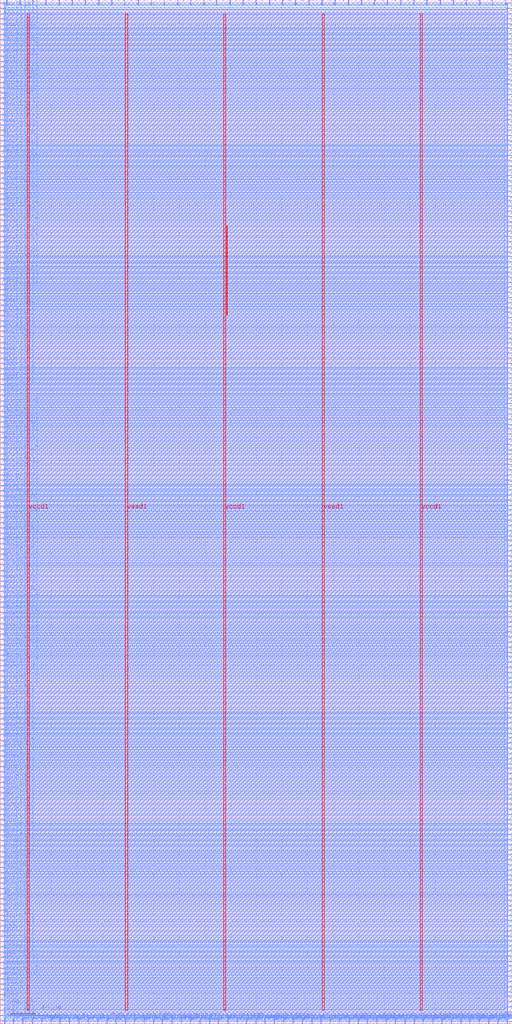
<source format=lef>
VERSION 5.7 ;
  NOWIREEXTENSIONATPIN ON ;
  DIVIDERCHAR "/" ;
  BUSBITCHARS "[]" ;
MACRO ExperiarCore
  CLASS BLOCK ;
  FOREIGN ExperiarCore ;
  ORIGIN 0.000 0.000 ;
  SIZE 400.000 BY 800.000 ;
  PIN addr0[0]
    DIRECTION OUTPUT TRISTATE ;
    USE SIGNAL ;
    PORT
      LAYER met3 ;
        RECT 0.000 51.720 4.000 52.320 ;
    END
  END addr0[0]
  PIN addr0[1]
    DIRECTION OUTPUT TRISTATE ;
    USE SIGNAL ;
    PORT
      LAYER met3 ;
        RECT 0.000 55.800 4.000 56.400 ;
    END
  END addr0[1]
  PIN addr0[2]
    DIRECTION OUTPUT TRISTATE ;
    USE SIGNAL ;
    PORT
      LAYER met3 ;
        RECT 0.000 59.880 4.000 60.480 ;
    END
  END addr0[2]
  PIN addr0[3]
    DIRECTION OUTPUT TRISTATE ;
    USE SIGNAL ;
    PORT
      LAYER met3 ;
        RECT 0.000 63.960 4.000 64.560 ;
    END
  END addr0[3]
  PIN addr0[4]
    DIRECTION OUTPUT TRISTATE ;
    USE SIGNAL ;
    PORT
      LAYER met3 ;
        RECT 0.000 68.040 4.000 68.640 ;
    END
  END addr0[4]
  PIN addr0[5]
    DIRECTION OUTPUT TRISTATE ;
    USE SIGNAL ;
    PORT
      LAYER met3 ;
        RECT 0.000 72.120 4.000 72.720 ;
    END
  END addr0[5]
  PIN addr0[6]
    DIRECTION OUTPUT TRISTATE ;
    USE SIGNAL ;
    PORT
      LAYER met3 ;
        RECT 0.000 76.200 4.000 76.800 ;
    END
  END addr0[6]
  PIN addr0[7]
    DIRECTION OUTPUT TRISTATE ;
    USE SIGNAL ;
    PORT
      LAYER met3 ;
        RECT 0.000 80.280 4.000 80.880 ;
    END
  END addr0[7]
  PIN addr0[8]
    DIRECTION OUTPUT TRISTATE ;
    USE SIGNAL ;
    PORT
      LAYER met3 ;
        RECT 0.000 84.360 4.000 84.960 ;
    END
  END addr0[8]
  PIN addr1[0]
    DIRECTION OUTPUT TRISTATE ;
    USE SIGNAL ;
    PORT
      LAYER met3 ;
        RECT 0.000 499.160 4.000 499.760 ;
    END
  END addr1[0]
  PIN addr1[1]
    DIRECTION OUTPUT TRISTATE ;
    USE SIGNAL ;
    PORT
      LAYER met3 ;
        RECT 0.000 503.240 4.000 503.840 ;
    END
  END addr1[1]
  PIN addr1[2]
    DIRECTION OUTPUT TRISTATE ;
    USE SIGNAL ;
    PORT
      LAYER met3 ;
        RECT 0.000 507.320 4.000 507.920 ;
    END
  END addr1[2]
  PIN addr1[3]
    DIRECTION OUTPUT TRISTATE ;
    USE SIGNAL ;
    PORT
      LAYER met3 ;
        RECT 0.000 511.400 4.000 512.000 ;
    END
  END addr1[3]
  PIN addr1[4]
    DIRECTION OUTPUT TRISTATE ;
    USE SIGNAL ;
    PORT
      LAYER met3 ;
        RECT 0.000 515.480 4.000 516.080 ;
    END
  END addr1[4]
  PIN addr1[5]
    DIRECTION OUTPUT TRISTATE ;
    USE SIGNAL ;
    PORT
      LAYER met3 ;
        RECT 0.000 519.560 4.000 520.160 ;
    END
  END addr1[5]
  PIN addr1[6]
    DIRECTION OUTPUT TRISTATE ;
    USE SIGNAL ;
    PORT
      LAYER met3 ;
        RECT 0.000 523.640 4.000 524.240 ;
    END
  END addr1[6]
  PIN addr1[7]
    DIRECTION OUTPUT TRISTATE ;
    USE SIGNAL ;
    PORT
      LAYER met3 ;
        RECT 0.000 527.720 4.000 528.320 ;
    END
  END addr1[7]
  PIN addr1[8]
    DIRECTION OUTPUT TRISTATE ;
    USE SIGNAL ;
    PORT
      LAYER met3 ;
        RECT 0.000 531.800 4.000 532.400 ;
    END
  END addr1[8]
  PIN clk0
    DIRECTION OUTPUT TRISTATE ;
    USE SIGNAL ;
    PORT
      LAYER met3 ;
        RECT 0.000 18.400 4.000 19.000 ;
    END
  END clk0
  PIN clk1
    DIRECTION OUTPUT TRISTATE ;
    USE SIGNAL ;
    PORT
      LAYER met3 ;
        RECT 0.000 486.240 4.000 486.840 ;
    END
  END clk1
  PIN coreIndex[0]
    DIRECTION INPUT ;
    USE SIGNAL ;
    PORT
      LAYER met2 ;
        RECT 5.150 796.000 5.430 800.000 ;
    END
  END coreIndex[0]
  PIN coreIndex[1]
    DIRECTION INPUT ;
    USE SIGNAL ;
    PORT
      LAYER met2 ;
        RECT 15.270 796.000 15.550 800.000 ;
    END
  END coreIndex[1]
  PIN coreIndex[2]
    DIRECTION INPUT ;
    USE SIGNAL ;
    PORT
      LAYER met2 ;
        RECT 25.390 796.000 25.670 800.000 ;
    END
  END coreIndex[2]
  PIN coreIndex[3]
    DIRECTION INPUT ;
    USE SIGNAL ;
    PORT
      LAYER met2 ;
        RECT 35.510 796.000 35.790 800.000 ;
    END
  END coreIndex[3]
  PIN coreIndex[4]
    DIRECTION INPUT ;
    USE SIGNAL ;
    PORT
      LAYER met2 ;
        RECT 46.090 796.000 46.370 800.000 ;
    END
  END coreIndex[4]
  PIN coreIndex[5]
    DIRECTION INPUT ;
    USE SIGNAL ;
    PORT
      LAYER met2 ;
        RECT 56.210 796.000 56.490 800.000 ;
    END
  END coreIndex[5]
  PIN coreIndex[6]
    DIRECTION INPUT ;
    USE SIGNAL ;
    PORT
      LAYER met2 ;
        RECT 66.330 796.000 66.610 800.000 ;
    END
  END coreIndex[6]
  PIN coreIndex[7]
    DIRECTION INPUT ;
    USE SIGNAL ;
    PORT
      LAYER met2 ;
        RECT 76.910 796.000 77.190 800.000 ;
    END
  END coreIndex[7]
  PIN core_wb_ack_i
    DIRECTION INPUT ;
    USE SIGNAL ;
    PORT
      LAYER met3 ;
        RECT 396.000 8.880 400.000 9.480 ;
    END
  END core_wb_ack_i
  PIN core_wb_adr_o[0]
    DIRECTION OUTPUT TRISTATE ;
    USE SIGNAL ;
    PORT
      LAYER met3 ;
        RECT 396.000 32.680 400.000 33.280 ;
    END
  END core_wb_adr_o[0]
  PIN core_wb_adr_o[10]
    DIRECTION OUTPUT TRISTATE ;
    USE SIGNAL ;
    PORT
      LAYER met3 ;
        RECT 396.000 167.320 400.000 167.920 ;
    END
  END core_wb_adr_o[10]
  PIN core_wb_adr_o[11]
    DIRECTION OUTPUT TRISTATE ;
    USE SIGNAL ;
    PORT
      LAYER met3 ;
        RECT 396.000 178.880 400.000 179.480 ;
    END
  END core_wb_adr_o[11]
  PIN core_wb_adr_o[12]
    DIRECTION OUTPUT TRISTATE ;
    USE SIGNAL ;
    PORT
      LAYER met3 ;
        RECT 396.000 191.120 400.000 191.720 ;
    END
  END core_wb_adr_o[12]
  PIN core_wb_adr_o[13]
    DIRECTION OUTPUT TRISTATE ;
    USE SIGNAL ;
    PORT
      LAYER met3 ;
        RECT 396.000 202.680 400.000 203.280 ;
    END
  END core_wb_adr_o[13]
  PIN core_wb_adr_o[14]
    DIRECTION OUTPUT TRISTATE ;
    USE SIGNAL ;
    PORT
      LAYER met3 ;
        RECT 396.000 214.920 400.000 215.520 ;
    END
  END core_wb_adr_o[14]
  PIN core_wb_adr_o[15]
    DIRECTION OUTPUT TRISTATE ;
    USE SIGNAL ;
    PORT
      LAYER met3 ;
        RECT 396.000 226.480 400.000 227.080 ;
    END
  END core_wb_adr_o[15]
  PIN core_wb_adr_o[16]
    DIRECTION OUTPUT TRISTATE ;
    USE SIGNAL ;
    PORT
      LAYER met3 ;
        RECT 396.000 238.720 400.000 239.320 ;
    END
  END core_wb_adr_o[16]
  PIN core_wb_adr_o[17]
    DIRECTION OUTPUT TRISTATE ;
    USE SIGNAL ;
    PORT
      LAYER met3 ;
        RECT 396.000 250.280 400.000 250.880 ;
    END
  END core_wb_adr_o[17]
  PIN core_wb_adr_o[18]
    DIRECTION OUTPUT TRISTATE ;
    USE SIGNAL ;
    PORT
      LAYER met3 ;
        RECT 396.000 262.520 400.000 263.120 ;
    END
  END core_wb_adr_o[18]
  PIN core_wb_adr_o[19]
    DIRECTION OUTPUT TRISTATE ;
    USE SIGNAL ;
    PORT
      LAYER met3 ;
        RECT 396.000 274.080 400.000 274.680 ;
    END
  END core_wb_adr_o[19]
  PIN core_wb_adr_o[1]
    DIRECTION OUTPUT TRISTATE ;
    USE SIGNAL ;
    PORT
      LAYER met3 ;
        RECT 396.000 48.320 400.000 48.920 ;
    END
  END core_wb_adr_o[1]
  PIN core_wb_adr_o[20]
    DIRECTION OUTPUT TRISTATE ;
    USE SIGNAL ;
    PORT
      LAYER met3 ;
        RECT 396.000 286.320 400.000 286.920 ;
    END
  END core_wb_adr_o[20]
  PIN core_wb_adr_o[21]
    DIRECTION OUTPUT TRISTATE ;
    USE SIGNAL ;
    PORT
      LAYER met3 ;
        RECT 396.000 297.880 400.000 298.480 ;
    END
  END core_wb_adr_o[21]
  PIN core_wb_adr_o[22]
    DIRECTION OUTPUT TRISTATE ;
    USE SIGNAL ;
    PORT
      LAYER met3 ;
        RECT 396.000 310.120 400.000 310.720 ;
    END
  END core_wb_adr_o[22]
  PIN core_wb_adr_o[23]
    DIRECTION OUTPUT TRISTATE ;
    USE SIGNAL ;
    PORT
      LAYER met3 ;
        RECT 396.000 321.680 400.000 322.280 ;
    END
  END core_wb_adr_o[23]
  PIN core_wb_adr_o[24]
    DIRECTION OUTPUT TRISTATE ;
    USE SIGNAL ;
    PORT
      LAYER met3 ;
        RECT 396.000 333.920 400.000 334.520 ;
    END
  END core_wb_adr_o[24]
  PIN core_wb_adr_o[25]
    DIRECTION OUTPUT TRISTATE ;
    USE SIGNAL ;
    PORT
      LAYER met3 ;
        RECT 396.000 345.480 400.000 346.080 ;
    END
  END core_wb_adr_o[25]
  PIN core_wb_adr_o[26]
    DIRECTION OUTPUT TRISTATE ;
    USE SIGNAL ;
    PORT
      LAYER met3 ;
        RECT 396.000 357.040 400.000 357.640 ;
    END
  END core_wb_adr_o[26]
  PIN core_wb_adr_o[27]
    DIRECTION OUTPUT TRISTATE ;
    USE SIGNAL ;
    PORT
      LAYER met3 ;
        RECT 396.000 369.280 400.000 369.880 ;
    END
  END core_wb_adr_o[27]
  PIN core_wb_adr_o[2]
    DIRECTION OUTPUT TRISTATE ;
    USE SIGNAL ;
    PORT
      LAYER met3 ;
        RECT 396.000 64.640 400.000 65.240 ;
    END
  END core_wb_adr_o[2]
  PIN core_wb_adr_o[3]
    DIRECTION OUTPUT TRISTATE ;
    USE SIGNAL ;
    PORT
      LAYER met3 ;
        RECT 396.000 80.280 400.000 80.880 ;
    END
  END core_wb_adr_o[3]
  PIN core_wb_adr_o[4]
    DIRECTION OUTPUT TRISTATE ;
    USE SIGNAL ;
    PORT
      LAYER met3 ;
        RECT 396.000 95.920 400.000 96.520 ;
    END
  END core_wb_adr_o[4]
  PIN core_wb_adr_o[5]
    DIRECTION OUTPUT TRISTATE ;
    USE SIGNAL ;
    PORT
      LAYER met3 ;
        RECT 396.000 108.160 400.000 108.760 ;
    END
  END core_wb_adr_o[5]
  PIN core_wb_adr_o[6]
    DIRECTION OUTPUT TRISTATE ;
    USE SIGNAL ;
    PORT
      LAYER met3 ;
        RECT 396.000 119.720 400.000 120.320 ;
    END
  END core_wb_adr_o[6]
  PIN core_wb_adr_o[7]
    DIRECTION OUTPUT TRISTATE ;
    USE SIGNAL ;
    PORT
      LAYER met3 ;
        RECT 396.000 131.960 400.000 132.560 ;
    END
  END core_wb_adr_o[7]
  PIN core_wb_adr_o[8]
    DIRECTION OUTPUT TRISTATE ;
    USE SIGNAL ;
    PORT
      LAYER met3 ;
        RECT 396.000 143.520 400.000 144.120 ;
    END
  END core_wb_adr_o[8]
  PIN core_wb_adr_o[9]
    DIRECTION OUTPUT TRISTATE ;
    USE SIGNAL ;
    PORT
      LAYER met3 ;
        RECT 396.000 155.760 400.000 156.360 ;
    END
  END core_wb_adr_o[9]
  PIN core_wb_cyc_o
    DIRECTION OUTPUT TRISTATE ;
    USE SIGNAL ;
    PORT
      LAYER met3 ;
        RECT 396.000 12.960 400.000 13.560 ;
    END
  END core_wb_cyc_o
  PIN core_wb_data_i[0]
    DIRECTION INPUT ;
    USE SIGNAL ;
    PORT
      LAYER met3 ;
        RECT 396.000 36.760 400.000 37.360 ;
    END
  END core_wb_data_i[0]
  PIN core_wb_data_i[10]
    DIRECTION INPUT ;
    USE SIGNAL ;
    PORT
      LAYER met3 ;
        RECT 396.000 171.400 400.000 172.000 ;
    END
  END core_wb_data_i[10]
  PIN core_wb_data_i[11]
    DIRECTION INPUT ;
    USE SIGNAL ;
    PORT
      LAYER met3 ;
        RECT 396.000 182.960 400.000 183.560 ;
    END
  END core_wb_data_i[11]
  PIN core_wb_data_i[12]
    DIRECTION INPUT ;
    USE SIGNAL ;
    PORT
      LAYER met3 ;
        RECT 396.000 195.200 400.000 195.800 ;
    END
  END core_wb_data_i[12]
  PIN core_wb_data_i[13]
    DIRECTION INPUT ;
    USE SIGNAL ;
    PORT
      LAYER met3 ;
        RECT 396.000 206.760 400.000 207.360 ;
    END
  END core_wb_data_i[13]
  PIN core_wb_data_i[14]
    DIRECTION INPUT ;
    USE SIGNAL ;
    PORT
      LAYER met3 ;
        RECT 396.000 219.000 400.000 219.600 ;
    END
  END core_wb_data_i[14]
  PIN core_wb_data_i[15]
    DIRECTION INPUT ;
    USE SIGNAL ;
    PORT
      LAYER met3 ;
        RECT 396.000 230.560 400.000 231.160 ;
    END
  END core_wb_data_i[15]
  PIN core_wb_data_i[16]
    DIRECTION INPUT ;
    USE SIGNAL ;
    PORT
      LAYER met3 ;
        RECT 396.000 242.800 400.000 243.400 ;
    END
  END core_wb_data_i[16]
  PIN core_wb_data_i[17]
    DIRECTION INPUT ;
    USE SIGNAL ;
    PORT
      LAYER met3 ;
        RECT 396.000 254.360 400.000 254.960 ;
    END
  END core_wb_data_i[17]
  PIN core_wb_data_i[18]
    DIRECTION INPUT ;
    USE SIGNAL ;
    PORT
      LAYER met3 ;
        RECT 396.000 266.600 400.000 267.200 ;
    END
  END core_wb_data_i[18]
  PIN core_wb_data_i[19]
    DIRECTION INPUT ;
    USE SIGNAL ;
    PORT
      LAYER met3 ;
        RECT 396.000 278.160 400.000 278.760 ;
    END
  END core_wb_data_i[19]
  PIN core_wb_data_i[1]
    DIRECTION INPUT ;
    USE SIGNAL ;
    PORT
      LAYER met3 ;
        RECT 396.000 52.400 400.000 53.000 ;
    END
  END core_wb_data_i[1]
  PIN core_wb_data_i[20]
    DIRECTION INPUT ;
    USE SIGNAL ;
    PORT
      LAYER met3 ;
        RECT 396.000 289.720 400.000 290.320 ;
    END
  END core_wb_data_i[20]
  PIN core_wb_data_i[21]
    DIRECTION INPUT ;
    USE SIGNAL ;
    PORT
      LAYER met3 ;
        RECT 396.000 301.960 400.000 302.560 ;
    END
  END core_wb_data_i[21]
  PIN core_wb_data_i[22]
    DIRECTION INPUT ;
    USE SIGNAL ;
    PORT
      LAYER met3 ;
        RECT 396.000 313.520 400.000 314.120 ;
    END
  END core_wb_data_i[22]
  PIN core_wb_data_i[23]
    DIRECTION INPUT ;
    USE SIGNAL ;
    PORT
      LAYER met3 ;
        RECT 396.000 325.760 400.000 326.360 ;
    END
  END core_wb_data_i[23]
  PIN core_wb_data_i[24]
    DIRECTION INPUT ;
    USE SIGNAL ;
    PORT
      LAYER met3 ;
        RECT 396.000 337.320 400.000 337.920 ;
    END
  END core_wb_data_i[24]
  PIN core_wb_data_i[25]
    DIRECTION INPUT ;
    USE SIGNAL ;
    PORT
      LAYER met3 ;
        RECT 396.000 349.560 400.000 350.160 ;
    END
  END core_wb_data_i[25]
  PIN core_wb_data_i[26]
    DIRECTION INPUT ;
    USE SIGNAL ;
    PORT
      LAYER met3 ;
        RECT 396.000 361.120 400.000 361.720 ;
    END
  END core_wb_data_i[26]
  PIN core_wb_data_i[27]
    DIRECTION INPUT ;
    USE SIGNAL ;
    PORT
      LAYER met3 ;
        RECT 396.000 373.360 400.000 373.960 ;
    END
  END core_wb_data_i[27]
  PIN core_wb_data_i[28]
    DIRECTION INPUT ;
    USE SIGNAL ;
    PORT
      LAYER met3 ;
        RECT 396.000 380.840 400.000 381.440 ;
    END
  END core_wb_data_i[28]
  PIN core_wb_data_i[29]
    DIRECTION INPUT ;
    USE SIGNAL ;
    PORT
      LAYER met3 ;
        RECT 396.000 389.000 400.000 389.600 ;
    END
  END core_wb_data_i[29]
  PIN core_wb_data_i[2]
    DIRECTION INPUT ;
    USE SIGNAL ;
    PORT
      LAYER met3 ;
        RECT 396.000 68.040 400.000 68.640 ;
    END
  END core_wb_data_i[2]
  PIN core_wb_data_i[30]
    DIRECTION INPUT ;
    USE SIGNAL ;
    PORT
      LAYER met3 ;
        RECT 396.000 397.160 400.000 397.760 ;
    END
  END core_wb_data_i[30]
  PIN core_wb_data_i[31]
    DIRECTION INPUT ;
    USE SIGNAL ;
    PORT
      LAYER met3 ;
        RECT 396.000 404.640 400.000 405.240 ;
    END
  END core_wb_data_i[31]
  PIN core_wb_data_i[3]
    DIRECTION INPUT ;
    USE SIGNAL ;
    PORT
      LAYER met3 ;
        RECT 396.000 84.360 400.000 84.960 ;
    END
  END core_wb_data_i[3]
  PIN core_wb_data_i[4]
    DIRECTION INPUT ;
    USE SIGNAL ;
    PORT
      LAYER met3 ;
        RECT 396.000 100.000 400.000 100.600 ;
    END
  END core_wb_data_i[4]
  PIN core_wb_data_i[5]
    DIRECTION INPUT ;
    USE SIGNAL ;
    PORT
      LAYER met3 ;
        RECT 396.000 112.240 400.000 112.840 ;
    END
  END core_wb_data_i[5]
  PIN core_wb_data_i[6]
    DIRECTION INPUT ;
    USE SIGNAL ;
    PORT
      LAYER met3 ;
        RECT 396.000 123.800 400.000 124.400 ;
    END
  END core_wb_data_i[6]
  PIN core_wb_data_i[7]
    DIRECTION INPUT ;
    USE SIGNAL ;
    PORT
      LAYER met3 ;
        RECT 396.000 135.360 400.000 135.960 ;
    END
  END core_wb_data_i[7]
  PIN core_wb_data_i[8]
    DIRECTION INPUT ;
    USE SIGNAL ;
    PORT
      LAYER met3 ;
        RECT 396.000 147.600 400.000 148.200 ;
    END
  END core_wb_data_i[8]
  PIN core_wb_data_i[9]
    DIRECTION INPUT ;
    USE SIGNAL ;
    PORT
      LAYER met3 ;
        RECT 396.000 159.160 400.000 159.760 ;
    END
  END core_wb_data_i[9]
  PIN core_wb_data_o[0]
    DIRECTION OUTPUT TRISTATE ;
    USE SIGNAL ;
    PORT
      LAYER met3 ;
        RECT 396.000 40.840 400.000 41.440 ;
    END
  END core_wb_data_o[0]
  PIN core_wb_data_o[10]
    DIRECTION OUTPUT TRISTATE ;
    USE SIGNAL ;
    PORT
      LAYER met3 ;
        RECT 396.000 175.480 400.000 176.080 ;
    END
  END core_wb_data_o[10]
  PIN core_wb_data_o[11]
    DIRECTION OUTPUT TRISTATE ;
    USE SIGNAL ;
    PORT
      LAYER met3 ;
        RECT 396.000 187.040 400.000 187.640 ;
    END
  END core_wb_data_o[11]
  PIN core_wb_data_o[12]
    DIRECTION OUTPUT TRISTATE ;
    USE SIGNAL ;
    PORT
      LAYER met3 ;
        RECT 396.000 199.280 400.000 199.880 ;
    END
  END core_wb_data_o[12]
  PIN core_wb_data_o[13]
    DIRECTION OUTPUT TRISTATE ;
    USE SIGNAL ;
    PORT
      LAYER met3 ;
        RECT 396.000 210.840 400.000 211.440 ;
    END
  END core_wb_data_o[13]
  PIN core_wb_data_o[14]
    DIRECTION OUTPUT TRISTATE ;
    USE SIGNAL ;
    PORT
      LAYER met3 ;
        RECT 396.000 223.080 400.000 223.680 ;
    END
  END core_wb_data_o[14]
  PIN core_wb_data_o[15]
    DIRECTION OUTPUT TRISTATE ;
    USE SIGNAL ;
    PORT
      LAYER met3 ;
        RECT 396.000 234.640 400.000 235.240 ;
    END
  END core_wb_data_o[15]
  PIN core_wb_data_o[16]
    DIRECTION OUTPUT TRISTATE ;
    USE SIGNAL ;
    PORT
      LAYER met3 ;
        RECT 396.000 246.200 400.000 246.800 ;
    END
  END core_wb_data_o[16]
  PIN core_wb_data_o[17]
    DIRECTION OUTPUT TRISTATE ;
    USE SIGNAL ;
    PORT
      LAYER met3 ;
        RECT 396.000 258.440 400.000 259.040 ;
    END
  END core_wb_data_o[17]
  PIN core_wb_data_o[18]
    DIRECTION OUTPUT TRISTATE ;
    USE SIGNAL ;
    PORT
      LAYER met3 ;
        RECT 396.000 270.000 400.000 270.600 ;
    END
  END core_wb_data_o[18]
  PIN core_wb_data_o[19]
    DIRECTION OUTPUT TRISTATE ;
    USE SIGNAL ;
    PORT
      LAYER met3 ;
        RECT 396.000 282.240 400.000 282.840 ;
    END
  END core_wb_data_o[19]
  PIN core_wb_data_o[1]
    DIRECTION OUTPUT TRISTATE ;
    USE SIGNAL ;
    PORT
      LAYER met3 ;
        RECT 396.000 56.480 400.000 57.080 ;
    END
  END core_wb_data_o[1]
  PIN core_wb_data_o[20]
    DIRECTION OUTPUT TRISTATE ;
    USE SIGNAL ;
    PORT
      LAYER met3 ;
        RECT 396.000 293.800 400.000 294.400 ;
    END
  END core_wb_data_o[20]
  PIN core_wb_data_o[21]
    DIRECTION OUTPUT TRISTATE ;
    USE SIGNAL ;
    PORT
      LAYER met3 ;
        RECT 396.000 306.040 400.000 306.640 ;
    END
  END core_wb_data_o[21]
  PIN core_wb_data_o[22]
    DIRECTION OUTPUT TRISTATE ;
    USE SIGNAL ;
    PORT
      LAYER met3 ;
        RECT 396.000 317.600 400.000 318.200 ;
    END
  END core_wb_data_o[22]
  PIN core_wb_data_o[23]
    DIRECTION OUTPUT TRISTATE ;
    USE SIGNAL ;
    PORT
      LAYER met3 ;
        RECT 396.000 329.840 400.000 330.440 ;
    END
  END core_wb_data_o[23]
  PIN core_wb_data_o[24]
    DIRECTION OUTPUT TRISTATE ;
    USE SIGNAL ;
    PORT
      LAYER met3 ;
        RECT 396.000 341.400 400.000 342.000 ;
    END
  END core_wb_data_o[24]
  PIN core_wb_data_o[25]
    DIRECTION OUTPUT TRISTATE ;
    USE SIGNAL ;
    PORT
      LAYER met3 ;
        RECT 396.000 353.640 400.000 354.240 ;
    END
  END core_wb_data_o[25]
  PIN core_wb_data_o[26]
    DIRECTION OUTPUT TRISTATE ;
    USE SIGNAL ;
    PORT
      LAYER met3 ;
        RECT 396.000 365.200 400.000 365.800 ;
    END
  END core_wb_data_o[26]
  PIN core_wb_data_o[27]
    DIRECTION OUTPUT TRISTATE ;
    USE SIGNAL ;
    PORT
      LAYER met3 ;
        RECT 396.000 377.440 400.000 378.040 ;
    END
  END core_wb_data_o[27]
  PIN core_wb_data_o[28]
    DIRECTION OUTPUT TRISTATE ;
    USE SIGNAL ;
    PORT
      LAYER met3 ;
        RECT 396.000 384.920 400.000 385.520 ;
    END
  END core_wb_data_o[28]
  PIN core_wb_data_o[29]
    DIRECTION OUTPUT TRISTATE ;
    USE SIGNAL ;
    PORT
      LAYER met3 ;
        RECT 396.000 393.080 400.000 393.680 ;
    END
  END core_wb_data_o[29]
  PIN core_wb_data_o[2]
    DIRECTION OUTPUT TRISTATE ;
    USE SIGNAL ;
    PORT
      LAYER met3 ;
        RECT 396.000 72.120 400.000 72.720 ;
    END
  END core_wb_data_o[2]
  PIN core_wb_data_o[30]
    DIRECTION OUTPUT TRISTATE ;
    USE SIGNAL ;
    PORT
      LAYER met3 ;
        RECT 396.000 401.240 400.000 401.840 ;
    END
  END core_wb_data_o[30]
  PIN core_wb_data_o[31]
    DIRECTION OUTPUT TRISTATE ;
    USE SIGNAL ;
    PORT
      LAYER met3 ;
        RECT 396.000 408.720 400.000 409.320 ;
    END
  END core_wb_data_o[31]
  PIN core_wb_data_o[3]
    DIRECTION OUTPUT TRISTATE ;
    USE SIGNAL ;
    PORT
      LAYER met3 ;
        RECT 396.000 88.440 400.000 89.040 ;
    END
  END core_wb_data_o[3]
  PIN core_wb_data_o[4]
    DIRECTION OUTPUT TRISTATE ;
    USE SIGNAL ;
    PORT
      LAYER met3 ;
        RECT 396.000 104.080 400.000 104.680 ;
    END
  END core_wb_data_o[4]
  PIN core_wb_data_o[5]
    DIRECTION OUTPUT TRISTATE ;
    USE SIGNAL ;
    PORT
      LAYER met3 ;
        RECT 396.000 115.640 400.000 116.240 ;
    END
  END core_wb_data_o[5]
  PIN core_wb_data_o[6]
    DIRECTION OUTPUT TRISTATE ;
    USE SIGNAL ;
    PORT
      LAYER met3 ;
        RECT 396.000 127.880 400.000 128.480 ;
    END
  END core_wb_data_o[6]
  PIN core_wb_data_o[7]
    DIRECTION OUTPUT TRISTATE ;
    USE SIGNAL ;
    PORT
      LAYER met3 ;
        RECT 396.000 139.440 400.000 140.040 ;
    END
  END core_wb_data_o[7]
  PIN core_wb_data_o[8]
    DIRECTION OUTPUT TRISTATE ;
    USE SIGNAL ;
    PORT
      LAYER met3 ;
        RECT 396.000 151.680 400.000 152.280 ;
    END
  END core_wb_data_o[8]
  PIN core_wb_data_o[9]
    DIRECTION OUTPUT TRISTATE ;
    USE SIGNAL ;
    PORT
      LAYER met3 ;
        RECT 396.000 163.240 400.000 163.840 ;
    END
  END core_wb_data_o[9]
  PIN core_wb_error_i
    DIRECTION INPUT ;
    USE SIGNAL ;
    PORT
      LAYER met3 ;
        RECT 396.000 17.040 400.000 17.640 ;
    END
  END core_wb_error_i
  PIN core_wb_sel_o[0]
    DIRECTION OUTPUT TRISTATE ;
    USE SIGNAL ;
    PORT
      LAYER met3 ;
        RECT 396.000 44.920 400.000 45.520 ;
    END
  END core_wb_sel_o[0]
  PIN core_wb_sel_o[1]
    DIRECTION OUTPUT TRISTATE ;
    USE SIGNAL ;
    PORT
      LAYER met3 ;
        RECT 396.000 60.560 400.000 61.160 ;
    END
  END core_wb_sel_o[1]
  PIN core_wb_sel_o[2]
    DIRECTION OUTPUT TRISTATE ;
    USE SIGNAL ;
    PORT
      LAYER met3 ;
        RECT 396.000 76.200 400.000 76.800 ;
    END
  END core_wb_sel_o[2]
  PIN core_wb_sel_o[3]
    DIRECTION OUTPUT TRISTATE ;
    USE SIGNAL ;
    PORT
      LAYER met3 ;
        RECT 396.000 91.840 400.000 92.440 ;
    END
  END core_wb_sel_o[3]
  PIN core_wb_stall_i
    DIRECTION INPUT ;
    USE SIGNAL ;
    PORT
      LAYER met3 ;
        RECT 396.000 21.120 400.000 21.720 ;
    END
  END core_wb_stall_i
  PIN core_wb_stb_o
    DIRECTION OUTPUT TRISTATE ;
    USE SIGNAL ;
    PORT
      LAYER met3 ;
        RECT 396.000 24.520 400.000 25.120 ;
    END
  END core_wb_stb_o
  PIN core_wb_we_o
    DIRECTION OUTPUT TRISTATE ;
    USE SIGNAL ;
    PORT
      LAYER met3 ;
        RECT 396.000 28.600 400.000 29.200 ;
    END
  END core_wb_we_o
  PIN csb0[0]
    DIRECTION OUTPUT TRISTATE ;
    USE SIGNAL ;
    PORT
      LAYER met3 ;
        RECT 0.000 22.480 4.000 23.080 ;
    END
  END csb0[0]
  PIN csb0[1]
    DIRECTION OUTPUT TRISTATE ;
    USE SIGNAL ;
    PORT
      LAYER met3 ;
        RECT 0.000 26.560 4.000 27.160 ;
    END
  END csb0[1]
  PIN csb1[0]
    DIRECTION OUTPUT TRISTATE ;
    USE SIGNAL ;
    PORT
      LAYER met3 ;
        RECT 0.000 491.000 4.000 491.600 ;
    END
  END csb1[0]
  PIN csb1[1]
    DIRECTION OUTPUT TRISTATE ;
    USE SIGNAL ;
    PORT
      LAYER met3 ;
        RECT 0.000 495.080 4.000 495.680 ;
    END
  END csb1[1]
  PIN din0[0]
    DIRECTION OUTPUT TRISTATE ;
    USE SIGNAL ;
    PORT
      LAYER met3 ;
        RECT 0.000 88.440 4.000 89.040 ;
    END
  END din0[0]
  PIN din0[10]
    DIRECTION OUTPUT TRISTATE ;
    USE SIGNAL ;
    PORT
      LAYER met3 ;
        RECT 0.000 129.920 4.000 130.520 ;
    END
  END din0[10]
  PIN din0[11]
    DIRECTION OUTPUT TRISTATE ;
    USE SIGNAL ;
    PORT
      LAYER met3 ;
        RECT 0.000 134.000 4.000 134.600 ;
    END
  END din0[11]
  PIN din0[12]
    DIRECTION OUTPUT TRISTATE ;
    USE SIGNAL ;
    PORT
      LAYER met3 ;
        RECT 0.000 138.760 4.000 139.360 ;
    END
  END din0[12]
  PIN din0[13]
    DIRECTION OUTPUT TRISTATE ;
    USE SIGNAL ;
    PORT
      LAYER met3 ;
        RECT 0.000 142.840 4.000 143.440 ;
    END
  END din0[13]
  PIN din0[14]
    DIRECTION OUTPUT TRISTATE ;
    USE SIGNAL ;
    PORT
      LAYER met3 ;
        RECT 0.000 146.920 4.000 147.520 ;
    END
  END din0[14]
  PIN din0[15]
    DIRECTION OUTPUT TRISTATE ;
    USE SIGNAL ;
    PORT
      LAYER met3 ;
        RECT 0.000 151.000 4.000 151.600 ;
    END
  END din0[15]
  PIN din0[16]
    DIRECTION OUTPUT TRISTATE ;
    USE SIGNAL ;
    PORT
      LAYER met3 ;
        RECT 0.000 155.080 4.000 155.680 ;
    END
  END din0[16]
  PIN din0[17]
    DIRECTION OUTPUT TRISTATE ;
    USE SIGNAL ;
    PORT
      LAYER met3 ;
        RECT 0.000 159.160 4.000 159.760 ;
    END
  END din0[17]
  PIN din0[18]
    DIRECTION OUTPUT TRISTATE ;
    USE SIGNAL ;
    PORT
      LAYER met3 ;
        RECT 0.000 163.240 4.000 163.840 ;
    END
  END din0[18]
  PIN din0[19]
    DIRECTION OUTPUT TRISTATE ;
    USE SIGNAL ;
    PORT
      LAYER met3 ;
        RECT 0.000 167.320 4.000 167.920 ;
    END
  END din0[19]
  PIN din0[1]
    DIRECTION OUTPUT TRISTATE ;
    USE SIGNAL ;
    PORT
      LAYER met3 ;
        RECT 0.000 93.200 4.000 93.800 ;
    END
  END din0[1]
  PIN din0[20]
    DIRECTION OUTPUT TRISTATE ;
    USE SIGNAL ;
    PORT
      LAYER met3 ;
        RECT 0.000 171.400 4.000 172.000 ;
    END
  END din0[20]
  PIN din0[21]
    DIRECTION OUTPUT TRISTATE ;
    USE SIGNAL ;
    PORT
      LAYER met3 ;
        RECT 0.000 175.480 4.000 176.080 ;
    END
  END din0[21]
  PIN din0[22]
    DIRECTION OUTPUT TRISTATE ;
    USE SIGNAL ;
    PORT
      LAYER met3 ;
        RECT 0.000 180.240 4.000 180.840 ;
    END
  END din0[22]
  PIN din0[23]
    DIRECTION OUTPUT TRISTATE ;
    USE SIGNAL ;
    PORT
      LAYER met3 ;
        RECT 0.000 184.320 4.000 184.920 ;
    END
  END din0[23]
  PIN din0[24]
    DIRECTION OUTPUT TRISTATE ;
    USE SIGNAL ;
    PORT
      LAYER met3 ;
        RECT 0.000 188.400 4.000 189.000 ;
    END
  END din0[24]
  PIN din0[25]
    DIRECTION OUTPUT TRISTATE ;
    USE SIGNAL ;
    PORT
      LAYER met3 ;
        RECT 0.000 192.480 4.000 193.080 ;
    END
  END din0[25]
  PIN din0[26]
    DIRECTION OUTPUT TRISTATE ;
    USE SIGNAL ;
    PORT
      LAYER met3 ;
        RECT 0.000 196.560 4.000 197.160 ;
    END
  END din0[26]
  PIN din0[27]
    DIRECTION OUTPUT TRISTATE ;
    USE SIGNAL ;
    PORT
      LAYER met3 ;
        RECT 0.000 200.640 4.000 201.240 ;
    END
  END din0[27]
  PIN din0[28]
    DIRECTION OUTPUT TRISTATE ;
    USE SIGNAL ;
    PORT
      LAYER met3 ;
        RECT 0.000 204.720 4.000 205.320 ;
    END
  END din0[28]
  PIN din0[29]
    DIRECTION OUTPUT TRISTATE ;
    USE SIGNAL ;
    PORT
      LAYER met3 ;
        RECT 0.000 208.800 4.000 209.400 ;
    END
  END din0[29]
  PIN din0[2]
    DIRECTION OUTPUT TRISTATE ;
    USE SIGNAL ;
    PORT
      LAYER met3 ;
        RECT 0.000 97.280 4.000 97.880 ;
    END
  END din0[2]
  PIN din0[30]
    DIRECTION OUTPUT TRISTATE ;
    USE SIGNAL ;
    PORT
      LAYER met3 ;
        RECT 0.000 212.880 4.000 213.480 ;
    END
  END din0[30]
  PIN din0[31]
    DIRECTION OUTPUT TRISTATE ;
    USE SIGNAL ;
    PORT
      LAYER met3 ;
        RECT 0.000 216.960 4.000 217.560 ;
    END
  END din0[31]
  PIN din0[3]
    DIRECTION OUTPUT TRISTATE ;
    USE SIGNAL ;
    PORT
      LAYER met3 ;
        RECT 0.000 101.360 4.000 101.960 ;
    END
  END din0[3]
  PIN din0[4]
    DIRECTION OUTPUT TRISTATE ;
    USE SIGNAL ;
    PORT
      LAYER met3 ;
        RECT 0.000 105.440 4.000 106.040 ;
    END
  END din0[4]
  PIN din0[5]
    DIRECTION OUTPUT TRISTATE ;
    USE SIGNAL ;
    PORT
      LAYER met3 ;
        RECT 0.000 109.520 4.000 110.120 ;
    END
  END din0[5]
  PIN din0[6]
    DIRECTION OUTPUT TRISTATE ;
    USE SIGNAL ;
    PORT
      LAYER met3 ;
        RECT 0.000 113.600 4.000 114.200 ;
    END
  END din0[6]
  PIN din0[7]
    DIRECTION OUTPUT TRISTATE ;
    USE SIGNAL ;
    PORT
      LAYER met3 ;
        RECT 0.000 117.680 4.000 118.280 ;
    END
  END din0[7]
  PIN din0[8]
    DIRECTION OUTPUT TRISTATE ;
    USE SIGNAL ;
    PORT
      LAYER met3 ;
        RECT 0.000 121.760 4.000 122.360 ;
    END
  END din0[8]
  PIN din0[9]
    DIRECTION OUTPUT TRISTATE ;
    USE SIGNAL ;
    PORT
      LAYER met3 ;
        RECT 0.000 125.840 4.000 126.440 ;
    END
  END din0[9]
  PIN dout0[0]
    DIRECTION INPUT ;
    USE SIGNAL ;
    PORT
      LAYER met3 ;
        RECT 0.000 221.040 4.000 221.640 ;
    END
  END dout0[0]
  PIN dout0[10]
    DIRECTION INPUT ;
    USE SIGNAL ;
    PORT
      LAYER met3 ;
        RECT 0.000 262.520 4.000 263.120 ;
    END
  END dout0[10]
  PIN dout0[11]
    DIRECTION INPUT ;
    USE SIGNAL ;
    PORT
      LAYER met3 ;
        RECT 0.000 266.600 4.000 267.200 ;
    END
  END dout0[11]
  PIN dout0[12]
    DIRECTION INPUT ;
    USE SIGNAL ;
    PORT
      LAYER met3 ;
        RECT 0.000 271.360 4.000 271.960 ;
    END
  END dout0[12]
  PIN dout0[13]
    DIRECTION INPUT ;
    USE SIGNAL ;
    PORT
      LAYER met3 ;
        RECT 0.000 275.440 4.000 276.040 ;
    END
  END dout0[13]
  PIN dout0[14]
    DIRECTION INPUT ;
    USE SIGNAL ;
    PORT
      LAYER met3 ;
        RECT 0.000 279.520 4.000 280.120 ;
    END
  END dout0[14]
  PIN dout0[15]
    DIRECTION INPUT ;
    USE SIGNAL ;
    PORT
      LAYER met3 ;
        RECT 0.000 283.600 4.000 284.200 ;
    END
  END dout0[15]
  PIN dout0[16]
    DIRECTION INPUT ;
    USE SIGNAL ;
    PORT
      LAYER met3 ;
        RECT 0.000 287.680 4.000 288.280 ;
    END
  END dout0[16]
  PIN dout0[17]
    DIRECTION INPUT ;
    USE SIGNAL ;
    PORT
      LAYER met3 ;
        RECT 0.000 291.760 4.000 292.360 ;
    END
  END dout0[17]
  PIN dout0[18]
    DIRECTION INPUT ;
    USE SIGNAL ;
    PORT
      LAYER met3 ;
        RECT 0.000 295.840 4.000 296.440 ;
    END
  END dout0[18]
  PIN dout0[19]
    DIRECTION INPUT ;
    USE SIGNAL ;
    PORT
      LAYER met3 ;
        RECT 0.000 299.920 4.000 300.520 ;
    END
  END dout0[19]
  PIN dout0[1]
    DIRECTION INPUT ;
    USE SIGNAL ;
    PORT
      LAYER met3 ;
        RECT 0.000 225.800 4.000 226.400 ;
    END
  END dout0[1]
  PIN dout0[20]
    DIRECTION INPUT ;
    USE SIGNAL ;
    PORT
      LAYER met3 ;
        RECT 0.000 304.000 4.000 304.600 ;
    END
  END dout0[20]
  PIN dout0[21]
    DIRECTION INPUT ;
    USE SIGNAL ;
    PORT
      LAYER met3 ;
        RECT 0.000 308.080 4.000 308.680 ;
    END
  END dout0[21]
  PIN dout0[22]
    DIRECTION INPUT ;
    USE SIGNAL ;
    PORT
      LAYER met3 ;
        RECT 0.000 312.160 4.000 312.760 ;
    END
  END dout0[22]
  PIN dout0[23]
    DIRECTION INPUT ;
    USE SIGNAL ;
    PORT
      LAYER met3 ;
        RECT 0.000 316.920 4.000 317.520 ;
    END
  END dout0[23]
  PIN dout0[24]
    DIRECTION INPUT ;
    USE SIGNAL ;
    PORT
      LAYER met3 ;
        RECT 0.000 321.000 4.000 321.600 ;
    END
  END dout0[24]
  PIN dout0[25]
    DIRECTION INPUT ;
    USE SIGNAL ;
    PORT
      LAYER met3 ;
        RECT 0.000 325.080 4.000 325.680 ;
    END
  END dout0[25]
  PIN dout0[26]
    DIRECTION INPUT ;
    USE SIGNAL ;
    PORT
      LAYER met3 ;
        RECT 0.000 329.160 4.000 329.760 ;
    END
  END dout0[26]
  PIN dout0[27]
    DIRECTION INPUT ;
    USE SIGNAL ;
    PORT
      LAYER met3 ;
        RECT 0.000 333.240 4.000 333.840 ;
    END
  END dout0[27]
  PIN dout0[28]
    DIRECTION INPUT ;
    USE SIGNAL ;
    PORT
      LAYER met3 ;
        RECT 0.000 337.320 4.000 337.920 ;
    END
  END dout0[28]
  PIN dout0[29]
    DIRECTION INPUT ;
    USE SIGNAL ;
    PORT
      LAYER met3 ;
        RECT 0.000 341.400 4.000 342.000 ;
    END
  END dout0[29]
  PIN dout0[2]
    DIRECTION INPUT ;
    USE SIGNAL ;
    PORT
      LAYER met3 ;
        RECT 0.000 229.880 4.000 230.480 ;
    END
  END dout0[2]
  PIN dout0[30]
    DIRECTION INPUT ;
    USE SIGNAL ;
    PORT
      LAYER met3 ;
        RECT 0.000 345.480 4.000 346.080 ;
    END
  END dout0[30]
  PIN dout0[31]
    DIRECTION INPUT ;
    USE SIGNAL ;
    PORT
      LAYER met3 ;
        RECT 0.000 349.560 4.000 350.160 ;
    END
  END dout0[31]
  PIN dout0[32]
    DIRECTION INPUT ;
    USE SIGNAL ;
    PORT
      LAYER met3 ;
        RECT 0.000 353.640 4.000 354.240 ;
    END
  END dout0[32]
  PIN dout0[33]
    DIRECTION INPUT ;
    USE SIGNAL ;
    PORT
      LAYER met3 ;
        RECT 0.000 358.400 4.000 359.000 ;
    END
  END dout0[33]
  PIN dout0[34]
    DIRECTION INPUT ;
    USE SIGNAL ;
    PORT
      LAYER met3 ;
        RECT 0.000 362.480 4.000 363.080 ;
    END
  END dout0[34]
  PIN dout0[35]
    DIRECTION INPUT ;
    USE SIGNAL ;
    PORT
      LAYER met3 ;
        RECT 0.000 366.560 4.000 367.160 ;
    END
  END dout0[35]
  PIN dout0[36]
    DIRECTION INPUT ;
    USE SIGNAL ;
    PORT
      LAYER met3 ;
        RECT 0.000 370.640 4.000 371.240 ;
    END
  END dout0[36]
  PIN dout0[37]
    DIRECTION INPUT ;
    USE SIGNAL ;
    PORT
      LAYER met3 ;
        RECT 0.000 374.720 4.000 375.320 ;
    END
  END dout0[37]
  PIN dout0[38]
    DIRECTION INPUT ;
    USE SIGNAL ;
    PORT
      LAYER met3 ;
        RECT 0.000 378.800 4.000 379.400 ;
    END
  END dout0[38]
  PIN dout0[39]
    DIRECTION INPUT ;
    USE SIGNAL ;
    PORT
      LAYER met3 ;
        RECT 0.000 382.880 4.000 383.480 ;
    END
  END dout0[39]
  PIN dout0[3]
    DIRECTION INPUT ;
    USE SIGNAL ;
    PORT
      LAYER met3 ;
        RECT 0.000 233.960 4.000 234.560 ;
    END
  END dout0[3]
  PIN dout0[40]
    DIRECTION INPUT ;
    USE SIGNAL ;
    PORT
      LAYER met3 ;
        RECT 0.000 386.960 4.000 387.560 ;
    END
  END dout0[40]
  PIN dout0[41]
    DIRECTION INPUT ;
    USE SIGNAL ;
    PORT
      LAYER met3 ;
        RECT 0.000 391.040 4.000 391.640 ;
    END
  END dout0[41]
  PIN dout0[42]
    DIRECTION INPUT ;
    USE SIGNAL ;
    PORT
      LAYER met3 ;
        RECT 0.000 395.120 4.000 395.720 ;
    END
  END dout0[42]
  PIN dout0[43]
    DIRECTION INPUT ;
    USE SIGNAL ;
    PORT
      LAYER met3 ;
        RECT 0.000 399.200 4.000 399.800 ;
    END
  END dout0[43]
  PIN dout0[44]
    DIRECTION INPUT ;
    USE SIGNAL ;
    PORT
      LAYER met3 ;
        RECT 0.000 403.960 4.000 404.560 ;
    END
  END dout0[44]
  PIN dout0[45]
    DIRECTION INPUT ;
    USE SIGNAL ;
    PORT
      LAYER met3 ;
        RECT 0.000 408.040 4.000 408.640 ;
    END
  END dout0[45]
  PIN dout0[46]
    DIRECTION INPUT ;
    USE SIGNAL ;
    PORT
      LAYER met3 ;
        RECT 0.000 412.120 4.000 412.720 ;
    END
  END dout0[46]
  PIN dout0[47]
    DIRECTION INPUT ;
    USE SIGNAL ;
    PORT
      LAYER met3 ;
        RECT 0.000 416.200 4.000 416.800 ;
    END
  END dout0[47]
  PIN dout0[48]
    DIRECTION INPUT ;
    USE SIGNAL ;
    PORT
      LAYER met3 ;
        RECT 0.000 420.280 4.000 420.880 ;
    END
  END dout0[48]
  PIN dout0[49]
    DIRECTION INPUT ;
    USE SIGNAL ;
    PORT
      LAYER met3 ;
        RECT 0.000 424.360 4.000 424.960 ;
    END
  END dout0[49]
  PIN dout0[4]
    DIRECTION INPUT ;
    USE SIGNAL ;
    PORT
      LAYER met3 ;
        RECT 0.000 238.040 4.000 238.640 ;
    END
  END dout0[4]
  PIN dout0[50]
    DIRECTION INPUT ;
    USE SIGNAL ;
    PORT
      LAYER met3 ;
        RECT 0.000 428.440 4.000 429.040 ;
    END
  END dout0[50]
  PIN dout0[51]
    DIRECTION INPUT ;
    USE SIGNAL ;
    PORT
      LAYER met3 ;
        RECT 0.000 432.520 4.000 433.120 ;
    END
  END dout0[51]
  PIN dout0[52]
    DIRECTION INPUT ;
    USE SIGNAL ;
    PORT
      LAYER met3 ;
        RECT 0.000 436.600 4.000 437.200 ;
    END
  END dout0[52]
  PIN dout0[53]
    DIRECTION INPUT ;
    USE SIGNAL ;
    PORT
      LAYER met3 ;
        RECT 0.000 440.680 4.000 441.280 ;
    END
  END dout0[53]
  PIN dout0[54]
    DIRECTION INPUT ;
    USE SIGNAL ;
    PORT
      LAYER met3 ;
        RECT 0.000 444.760 4.000 445.360 ;
    END
  END dout0[54]
  PIN dout0[55]
    DIRECTION INPUT ;
    USE SIGNAL ;
    PORT
      LAYER met3 ;
        RECT 0.000 449.520 4.000 450.120 ;
    END
  END dout0[55]
  PIN dout0[56]
    DIRECTION INPUT ;
    USE SIGNAL ;
    PORT
      LAYER met3 ;
        RECT 0.000 453.600 4.000 454.200 ;
    END
  END dout0[56]
  PIN dout0[57]
    DIRECTION INPUT ;
    USE SIGNAL ;
    PORT
      LAYER met3 ;
        RECT 0.000 457.680 4.000 458.280 ;
    END
  END dout0[57]
  PIN dout0[58]
    DIRECTION INPUT ;
    USE SIGNAL ;
    PORT
      LAYER met3 ;
        RECT 0.000 461.760 4.000 462.360 ;
    END
  END dout0[58]
  PIN dout0[59]
    DIRECTION INPUT ;
    USE SIGNAL ;
    PORT
      LAYER met3 ;
        RECT 0.000 465.840 4.000 466.440 ;
    END
  END dout0[59]
  PIN dout0[5]
    DIRECTION INPUT ;
    USE SIGNAL ;
    PORT
      LAYER met3 ;
        RECT 0.000 242.120 4.000 242.720 ;
    END
  END dout0[5]
  PIN dout0[60]
    DIRECTION INPUT ;
    USE SIGNAL ;
    PORT
      LAYER met3 ;
        RECT 0.000 469.920 4.000 470.520 ;
    END
  END dout0[60]
  PIN dout0[61]
    DIRECTION INPUT ;
    USE SIGNAL ;
    PORT
      LAYER met3 ;
        RECT 0.000 474.000 4.000 474.600 ;
    END
  END dout0[61]
  PIN dout0[62]
    DIRECTION INPUT ;
    USE SIGNAL ;
    PORT
      LAYER met3 ;
        RECT 0.000 478.080 4.000 478.680 ;
    END
  END dout0[62]
  PIN dout0[63]
    DIRECTION INPUT ;
    USE SIGNAL ;
    PORT
      LAYER met3 ;
        RECT 0.000 482.160 4.000 482.760 ;
    END
  END dout0[63]
  PIN dout0[6]
    DIRECTION INPUT ;
    USE SIGNAL ;
    PORT
      LAYER met3 ;
        RECT 0.000 246.200 4.000 246.800 ;
    END
  END dout0[6]
  PIN dout0[7]
    DIRECTION INPUT ;
    USE SIGNAL ;
    PORT
      LAYER met3 ;
        RECT 0.000 250.280 4.000 250.880 ;
    END
  END dout0[7]
  PIN dout0[8]
    DIRECTION INPUT ;
    USE SIGNAL ;
    PORT
      LAYER met3 ;
        RECT 0.000 254.360 4.000 254.960 ;
    END
  END dout0[8]
  PIN dout0[9]
    DIRECTION INPUT ;
    USE SIGNAL ;
    PORT
      LAYER met3 ;
        RECT 0.000 258.440 4.000 259.040 ;
    END
  END dout0[9]
  PIN dout1[0]
    DIRECTION INPUT ;
    USE SIGNAL ;
    PORT
      LAYER met3 ;
        RECT 0.000 536.560 4.000 537.160 ;
    END
  END dout1[0]
  PIN dout1[10]
    DIRECTION INPUT ;
    USE SIGNAL ;
    PORT
      LAYER met3 ;
        RECT 0.000 577.360 4.000 577.960 ;
    END
  END dout1[10]
  PIN dout1[11]
    DIRECTION INPUT ;
    USE SIGNAL ;
    PORT
      LAYER met3 ;
        RECT 0.000 582.120 4.000 582.720 ;
    END
  END dout1[11]
  PIN dout1[12]
    DIRECTION INPUT ;
    USE SIGNAL ;
    PORT
      LAYER met3 ;
        RECT 0.000 586.200 4.000 586.800 ;
    END
  END dout1[12]
  PIN dout1[13]
    DIRECTION INPUT ;
    USE SIGNAL ;
    PORT
      LAYER met3 ;
        RECT 0.000 590.280 4.000 590.880 ;
    END
  END dout1[13]
  PIN dout1[14]
    DIRECTION INPUT ;
    USE SIGNAL ;
    PORT
      LAYER met3 ;
        RECT 0.000 594.360 4.000 594.960 ;
    END
  END dout1[14]
  PIN dout1[15]
    DIRECTION INPUT ;
    USE SIGNAL ;
    PORT
      LAYER met3 ;
        RECT 0.000 598.440 4.000 599.040 ;
    END
  END dout1[15]
  PIN dout1[16]
    DIRECTION INPUT ;
    USE SIGNAL ;
    PORT
      LAYER met3 ;
        RECT 0.000 602.520 4.000 603.120 ;
    END
  END dout1[16]
  PIN dout1[17]
    DIRECTION INPUT ;
    USE SIGNAL ;
    PORT
      LAYER met3 ;
        RECT 0.000 606.600 4.000 607.200 ;
    END
  END dout1[17]
  PIN dout1[18]
    DIRECTION INPUT ;
    USE SIGNAL ;
    PORT
      LAYER met3 ;
        RECT 0.000 610.680 4.000 611.280 ;
    END
  END dout1[18]
  PIN dout1[19]
    DIRECTION INPUT ;
    USE SIGNAL ;
    PORT
      LAYER met3 ;
        RECT 0.000 614.760 4.000 615.360 ;
    END
  END dout1[19]
  PIN dout1[1]
    DIRECTION INPUT ;
    USE SIGNAL ;
    PORT
      LAYER met3 ;
        RECT 0.000 540.640 4.000 541.240 ;
    END
  END dout1[1]
  PIN dout1[20]
    DIRECTION INPUT ;
    USE SIGNAL ;
    PORT
      LAYER met3 ;
        RECT 0.000 618.840 4.000 619.440 ;
    END
  END dout1[20]
  PIN dout1[21]
    DIRECTION INPUT ;
    USE SIGNAL ;
    PORT
      LAYER met3 ;
        RECT 0.000 622.920 4.000 623.520 ;
    END
  END dout1[21]
  PIN dout1[22]
    DIRECTION INPUT ;
    USE SIGNAL ;
    PORT
      LAYER met3 ;
        RECT 0.000 627.680 4.000 628.280 ;
    END
  END dout1[22]
  PIN dout1[23]
    DIRECTION INPUT ;
    USE SIGNAL ;
    PORT
      LAYER met3 ;
        RECT 0.000 631.760 4.000 632.360 ;
    END
  END dout1[23]
  PIN dout1[24]
    DIRECTION INPUT ;
    USE SIGNAL ;
    PORT
      LAYER met3 ;
        RECT 0.000 635.840 4.000 636.440 ;
    END
  END dout1[24]
  PIN dout1[25]
    DIRECTION INPUT ;
    USE SIGNAL ;
    PORT
      LAYER met3 ;
        RECT 0.000 639.920 4.000 640.520 ;
    END
  END dout1[25]
  PIN dout1[26]
    DIRECTION INPUT ;
    USE SIGNAL ;
    PORT
      LAYER met3 ;
        RECT 0.000 644.000 4.000 644.600 ;
    END
  END dout1[26]
  PIN dout1[27]
    DIRECTION INPUT ;
    USE SIGNAL ;
    PORT
      LAYER met3 ;
        RECT 0.000 648.080 4.000 648.680 ;
    END
  END dout1[27]
  PIN dout1[28]
    DIRECTION INPUT ;
    USE SIGNAL ;
    PORT
      LAYER met3 ;
        RECT 0.000 652.160 4.000 652.760 ;
    END
  END dout1[28]
  PIN dout1[29]
    DIRECTION INPUT ;
    USE SIGNAL ;
    PORT
      LAYER met3 ;
        RECT 0.000 656.240 4.000 656.840 ;
    END
  END dout1[29]
  PIN dout1[2]
    DIRECTION INPUT ;
    USE SIGNAL ;
    PORT
      LAYER met3 ;
        RECT 0.000 544.720 4.000 545.320 ;
    END
  END dout1[2]
  PIN dout1[30]
    DIRECTION INPUT ;
    USE SIGNAL ;
    PORT
      LAYER met3 ;
        RECT 0.000 660.320 4.000 660.920 ;
    END
  END dout1[30]
  PIN dout1[31]
    DIRECTION INPUT ;
    USE SIGNAL ;
    PORT
      LAYER met3 ;
        RECT 0.000 664.400 4.000 665.000 ;
    END
  END dout1[31]
  PIN dout1[32]
    DIRECTION INPUT ;
    USE SIGNAL ;
    PORT
      LAYER met3 ;
        RECT 0.000 669.160 4.000 669.760 ;
    END
  END dout1[32]
  PIN dout1[33]
    DIRECTION INPUT ;
    USE SIGNAL ;
    PORT
      LAYER met3 ;
        RECT 0.000 673.240 4.000 673.840 ;
    END
  END dout1[33]
  PIN dout1[34]
    DIRECTION INPUT ;
    USE SIGNAL ;
    PORT
      LAYER met3 ;
        RECT 0.000 677.320 4.000 677.920 ;
    END
  END dout1[34]
  PIN dout1[35]
    DIRECTION INPUT ;
    USE SIGNAL ;
    PORT
      LAYER met3 ;
        RECT 0.000 681.400 4.000 682.000 ;
    END
  END dout1[35]
  PIN dout1[36]
    DIRECTION INPUT ;
    USE SIGNAL ;
    PORT
      LAYER met3 ;
        RECT 0.000 685.480 4.000 686.080 ;
    END
  END dout1[36]
  PIN dout1[37]
    DIRECTION INPUT ;
    USE SIGNAL ;
    PORT
      LAYER met3 ;
        RECT 0.000 689.560 4.000 690.160 ;
    END
  END dout1[37]
  PIN dout1[38]
    DIRECTION INPUT ;
    USE SIGNAL ;
    PORT
      LAYER met3 ;
        RECT 0.000 693.640 4.000 694.240 ;
    END
  END dout1[38]
  PIN dout1[39]
    DIRECTION INPUT ;
    USE SIGNAL ;
    PORT
      LAYER met3 ;
        RECT 0.000 697.720 4.000 698.320 ;
    END
  END dout1[39]
  PIN dout1[3]
    DIRECTION INPUT ;
    USE SIGNAL ;
    PORT
      LAYER met3 ;
        RECT 0.000 548.800 4.000 549.400 ;
    END
  END dout1[3]
  PIN dout1[40]
    DIRECTION INPUT ;
    USE SIGNAL ;
    PORT
      LAYER met3 ;
        RECT 0.000 701.800 4.000 702.400 ;
    END
  END dout1[40]
  PIN dout1[41]
    DIRECTION INPUT ;
    USE SIGNAL ;
    PORT
      LAYER met3 ;
        RECT 0.000 705.880 4.000 706.480 ;
    END
  END dout1[41]
  PIN dout1[42]
    DIRECTION INPUT ;
    USE SIGNAL ;
    PORT
      LAYER met3 ;
        RECT 0.000 709.960 4.000 710.560 ;
    END
  END dout1[42]
  PIN dout1[43]
    DIRECTION INPUT ;
    USE SIGNAL ;
    PORT
      LAYER met3 ;
        RECT 0.000 714.720 4.000 715.320 ;
    END
  END dout1[43]
  PIN dout1[44]
    DIRECTION INPUT ;
    USE SIGNAL ;
    PORT
      LAYER met3 ;
        RECT 0.000 718.800 4.000 719.400 ;
    END
  END dout1[44]
  PIN dout1[45]
    DIRECTION INPUT ;
    USE SIGNAL ;
    PORT
      LAYER met3 ;
        RECT 0.000 722.880 4.000 723.480 ;
    END
  END dout1[45]
  PIN dout1[46]
    DIRECTION INPUT ;
    USE SIGNAL ;
    PORT
      LAYER met3 ;
        RECT 0.000 726.960 4.000 727.560 ;
    END
  END dout1[46]
  PIN dout1[47]
    DIRECTION INPUT ;
    USE SIGNAL ;
    PORT
      LAYER met3 ;
        RECT 0.000 731.040 4.000 731.640 ;
    END
  END dout1[47]
  PIN dout1[48]
    DIRECTION INPUT ;
    USE SIGNAL ;
    PORT
      LAYER met3 ;
        RECT 0.000 735.120 4.000 735.720 ;
    END
  END dout1[48]
  PIN dout1[49]
    DIRECTION INPUT ;
    USE SIGNAL ;
    PORT
      LAYER met3 ;
        RECT 0.000 739.200 4.000 739.800 ;
    END
  END dout1[49]
  PIN dout1[4]
    DIRECTION INPUT ;
    USE SIGNAL ;
    PORT
      LAYER met3 ;
        RECT 0.000 552.880 4.000 553.480 ;
    END
  END dout1[4]
  PIN dout1[50]
    DIRECTION INPUT ;
    USE SIGNAL ;
    PORT
      LAYER met3 ;
        RECT 0.000 743.280 4.000 743.880 ;
    END
  END dout1[50]
  PIN dout1[51]
    DIRECTION INPUT ;
    USE SIGNAL ;
    PORT
      LAYER met3 ;
        RECT 0.000 747.360 4.000 747.960 ;
    END
  END dout1[51]
  PIN dout1[52]
    DIRECTION INPUT ;
    USE SIGNAL ;
    PORT
      LAYER met3 ;
        RECT 0.000 751.440 4.000 752.040 ;
    END
  END dout1[52]
  PIN dout1[53]
    DIRECTION INPUT ;
    USE SIGNAL ;
    PORT
      LAYER met3 ;
        RECT 0.000 755.520 4.000 756.120 ;
    END
  END dout1[53]
  PIN dout1[54]
    DIRECTION INPUT ;
    USE SIGNAL ;
    PORT
      LAYER met3 ;
        RECT 0.000 760.280 4.000 760.880 ;
    END
  END dout1[54]
  PIN dout1[55]
    DIRECTION INPUT ;
    USE SIGNAL ;
    PORT
      LAYER met3 ;
        RECT 0.000 764.360 4.000 764.960 ;
    END
  END dout1[55]
  PIN dout1[56]
    DIRECTION INPUT ;
    USE SIGNAL ;
    PORT
      LAYER met3 ;
        RECT 0.000 768.440 4.000 769.040 ;
    END
  END dout1[56]
  PIN dout1[57]
    DIRECTION INPUT ;
    USE SIGNAL ;
    PORT
      LAYER met3 ;
        RECT 0.000 772.520 4.000 773.120 ;
    END
  END dout1[57]
  PIN dout1[58]
    DIRECTION INPUT ;
    USE SIGNAL ;
    PORT
      LAYER met3 ;
        RECT 0.000 776.600 4.000 777.200 ;
    END
  END dout1[58]
  PIN dout1[59]
    DIRECTION INPUT ;
    USE SIGNAL ;
    PORT
      LAYER met3 ;
        RECT 0.000 780.680 4.000 781.280 ;
    END
  END dout1[59]
  PIN dout1[5]
    DIRECTION INPUT ;
    USE SIGNAL ;
    PORT
      LAYER met3 ;
        RECT 0.000 556.960 4.000 557.560 ;
    END
  END dout1[5]
  PIN dout1[60]
    DIRECTION INPUT ;
    USE SIGNAL ;
    PORT
      LAYER met3 ;
        RECT 0.000 784.760 4.000 785.360 ;
    END
  END dout1[60]
  PIN dout1[61]
    DIRECTION INPUT ;
    USE SIGNAL ;
    PORT
      LAYER met3 ;
        RECT 0.000 788.840 4.000 789.440 ;
    END
  END dout1[61]
  PIN dout1[62]
    DIRECTION INPUT ;
    USE SIGNAL ;
    PORT
      LAYER met3 ;
        RECT 0.000 792.920 4.000 793.520 ;
    END
  END dout1[62]
  PIN dout1[63]
    DIRECTION INPUT ;
    USE SIGNAL ;
    PORT
      LAYER met3 ;
        RECT 0.000 797.000 4.000 797.600 ;
    END
  END dout1[63]
  PIN dout1[6]
    DIRECTION INPUT ;
    USE SIGNAL ;
    PORT
      LAYER met3 ;
        RECT 0.000 561.040 4.000 561.640 ;
    END
  END dout1[6]
  PIN dout1[7]
    DIRECTION INPUT ;
    USE SIGNAL ;
    PORT
      LAYER met3 ;
        RECT 0.000 565.120 4.000 565.720 ;
    END
  END dout1[7]
  PIN dout1[8]
    DIRECTION INPUT ;
    USE SIGNAL ;
    PORT
      LAYER met3 ;
        RECT 0.000 569.200 4.000 569.800 ;
    END
  END dout1[8]
  PIN dout1[9]
    DIRECTION INPUT ;
    USE SIGNAL ;
    PORT
      LAYER met3 ;
        RECT 0.000 573.280 4.000 573.880 ;
    END
  END dout1[9]
  PIN jtag_tck
    DIRECTION INPUT ;
    USE SIGNAL ;
    PORT
      LAYER met3 ;
        RECT 0.000 2.080 4.000 2.680 ;
    END
  END jtag_tck
  PIN jtag_tdi
    DIRECTION INPUT ;
    USE SIGNAL ;
    PORT
      LAYER met3 ;
        RECT 0.000 6.160 4.000 6.760 ;
    END
  END jtag_tdi
  PIN jtag_tdo
    DIRECTION OUTPUT TRISTATE ;
    USE SIGNAL ;
    PORT
      LAYER met3 ;
        RECT 0.000 10.240 4.000 10.840 ;
    END
  END jtag_tdo
  PIN jtag_tms
    DIRECTION INPUT ;
    USE SIGNAL ;
    PORT
      LAYER met3 ;
        RECT 0.000 14.320 4.000 14.920 ;
    END
  END jtag_tms
  PIN localMemory_wb_ack_o
    DIRECTION OUTPUT TRISTATE ;
    USE SIGNAL ;
    PORT
      LAYER met3 ;
        RECT 396.000 412.800 400.000 413.400 ;
    END
  END localMemory_wb_ack_o
  PIN localMemory_wb_adr_i[0]
    DIRECTION INPUT ;
    USE SIGNAL ;
    PORT
      LAYER met3 ;
        RECT 396.000 436.600 400.000 437.200 ;
    END
  END localMemory_wb_adr_i[0]
  PIN localMemory_wb_adr_i[10]
    DIRECTION INPUT ;
    USE SIGNAL ;
    PORT
      LAYER met3 ;
        RECT 396.000 571.240 400.000 571.840 ;
    END
  END localMemory_wb_adr_i[10]
  PIN localMemory_wb_adr_i[11]
    DIRECTION INPUT ;
    USE SIGNAL ;
    PORT
      LAYER met3 ;
        RECT 396.000 582.800 400.000 583.400 ;
    END
  END localMemory_wb_adr_i[11]
  PIN localMemory_wb_adr_i[12]
    DIRECTION INPUT ;
    USE SIGNAL ;
    PORT
      LAYER met3 ;
        RECT 396.000 595.040 400.000 595.640 ;
    END
  END localMemory_wb_adr_i[12]
  PIN localMemory_wb_adr_i[13]
    DIRECTION INPUT ;
    USE SIGNAL ;
    PORT
      LAYER met3 ;
        RECT 396.000 606.600 400.000 607.200 ;
    END
  END localMemory_wb_adr_i[13]
  PIN localMemory_wb_adr_i[14]
    DIRECTION INPUT ;
    USE SIGNAL ;
    PORT
      LAYER met3 ;
        RECT 396.000 618.840 400.000 619.440 ;
    END
  END localMemory_wb_adr_i[14]
  PIN localMemory_wb_adr_i[15]
    DIRECTION INPUT ;
    USE SIGNAL ;
    PORT
      LAYER met3 ;
        RECT 396.000 630.400 400.000 631.000 ;
    END
  END localMemory_wb_adr_i[15]
  PIN localMemory_wb_adr_i[16]
    DIRECTION INPUT ;
    USE SIGNAL ;
    PORT
      LAYER met3 ;
        RECT 396.000 642.640 400.000 643.240 ;
    END
  END localMemory_wb_adr_i[16]
  PIN localMemory_wb_adr_i[17]
    DIRECTION INPUT ;
    USE SIGNAL ;
    PORT
      LAYER met3 ;
        RECT 396.000 654.200 400.000 654.800 ;
    END
  END localMemory_wb_adr_i[17]
  PIN localMemory_wb_adr_i[18]
    DIRECTION INPUT ;
    USE SIGNAL ;
    PORT
      LAYER met3 ;
        RECT 396.000 666.440 400.000 667.040 ;
    END
  END localMemory_wb_adr_i[18]
  PIN localMemory_wb_adr_i[19]
    DIRECTION INPUT ;
    USE SIGNAL ;
    PORT
      LAYER met3 ;
        RECT 396.000 678.000 400.000 678.600 ;
    END
  END localMemory_wb_adr_i[19]
  PIN localMemory_wb_adr_i[1]
    DIRECTION INPUT ;
    USE SIGNAL ;
    PORT
      LAYER met3 ;
        RECT 396.000 452.240 400.000 452.840 ;
    END
  END localMemory_wb_adr_i[1]
  PIN localMemory_wb_adr_i[20]
    DIRECTION INPUT ;
    USE SIGNAL ;
    PORT
      LAYER met3 ;
        RECT 396.000 689.560 400.000 690.160 ;
    END
  END localMemory_wb_adr_i[20]
  PIN localMemory_wb_adr_i[21]
    DIRECTION INPUT ;
    USE SIGNAL ;
    PORT
      LAYER met3 ;
        RECT 396.000 701.800 400.000 702.400 ;
    END
  END localMemory_wb_adr_i[21]
  PIN localMemory_wb_adr_i[22]
    DIRECTION INPUT ;
    USE SIGNAL ;
    PORT
      LAYER met3 ;
        RECT 396.000 713.360 400.000 713.960 ;
    END
  END localMemory_wb_adr_i[22]
  PIN localMemory_wb_adr_i[23]
    DIRECTION INPUT ;
    USE SIGNAL ;
    PORT
      LAYER met3 ;
        RECT 396.000 725.600 400.000 726.200 ;
    END
  END localMemory_wb_adr_i[23]
  PIN localMemory_wb_adr_i[2]
    DIRECTION INPUT ;
    USE SIGNAL ;
    PORT
      LAYER met3 ;
        RECT 396.000 467.880 400.000 468.480 ;
    END
  END localMemory_wb_adr_i[2]
  PIN localMemory_wb_adr_i[3]
    DIRECTION INPUT ;
    USE SIGNAL ;
    PORT
      LAYER met3 ;
        RECT 396.000 484.200 400.000 484.800 ;
    END
  END localMemory_wb_adr_i[3]
  PIN localMemory_wb_adr_i[4]
    DIRECTION INPUT ;
    USE SIGNAL ;
    PORT
      LAYER met3 ;
        RECT 396.000 499.840 400.000 500.440 ;
    END
  END localMemory_wb_adr_i[4]
  PIN localMemory_wb_adr_i[5]
    DIRECTION INPUT ;
    USE SIGNAL ;
    PORT
      LAYER met3 ;
        RECT 396.000 512.080 400.000 512.680 ;
    END
  END localMemory_wb_adr_i[5]
  PIN localMemory_wb_adr_i[6]
    DIRECTION INPUT ;
    USE SIGNAL ;
    PORT
      LAYER met3 ;
        RECT 396.000 523.640 400.000 524.240 ;
    END
  END localMemory_wb_adr_i[6]
  PIN localMemory_wb_adr_i[7]
    DIRECTION INPUT ;
    USE SIGNAL ;
    PORT
      LAYER met3 ;
        RECT 396.000 535.200 400.000 535.800 ;
    END
  END localMemory_wb_adr_i[7]
  PIN localMemory_wb_adr_i[8]
    DIRECTION INPUT ;
    USE SIGNAL ;
    PORT
      LAYER met3 ;
        RECT 396.000 547.440 400.000 548.040 ;
    END
  END localMemory_wb_adr_i[8]
  PIN localMemory_wb_adr_i[9]
    DIRECTION INPUT ;
    USE SIGNAL ;
    PORT
      LAYER met3 ;
        RECT 396.000 559.000 400.000 559.600 ;
    END
  END localMemory_wb_adr_i[9]
  PIN localMemory_wb_cyc_i
    DIRECTION INPUT ;
    USE SIGNAL ;
    PORT
      LAYER met3 ;
        RECT 396.000 416.880 400.000 417.480 ;
    END
  END localMemory_wb_cyc_i
  PIN localMemory_wb_data_i[0]
    DIRECTION INPUT ;
    USE SIGNAL ;
    PORT
      LAYER met3 ;
        RECT 396.000 440.680 400.000 441.280 ;
    END
  END localMemory_wb_data_i[0]
  PIN localMemory_wb_data_i[10]
    DIRECTION INPUT ;
    USE SIGNAL ;
    PORT
      LAYER met3 ;
        RECT 396.000 575.320 400.000 575.920 ;
    END
  END localMemory_wb_data_i[10]
  PIN localMemory_wb_data_i[11]
    DIRECTION INPUT ;
    USE SIGNAL ;
    PORT
      LAYER met3 ;
        RECT 396.000 586.880 400.000 587.480 ;
    END
  END localMemory_wb_data_i[11]
  PIN localMemory_wb_data_i[12]
    DIRECTION INPUT ;
    USE SIGNAL ;
    PORT
      LAYER met3 ;
        RECT 396.000 599.120 400.000 599.720 ;
    END
  END localMemory_wb_data_i[12]
  PIN localMemory_wb_data_i[13]
    DIRECTION INPUT ;
    USE SIGNAL ;
    PORT
      LAYER met3 ;
        RECT 396.000 610.680 400.000 611.280 ;
    END
  END localMemory_wb_data_i[13]
  PIN localMemory_wb_data_i[14]
    DIRECTION INPUT ;
    USE SIGNAL ;
    PORT
      LAYER met3 ;
        RECT 396.000 622.920 400.000 623.520 ;
    END
  END localMemory_wb_data_i[14]
  PIN localMemory_wb_data_i[15]
    DIRECTION INPUT ;
    USE SIGNAL ;
    PORT
      LAYER met3 ;
        RECT 396.000 634.480 400.000 635.080 ;
    END
  END localMemory_wb_data_i[15]
  PIN localMemory_wb_data_i[16]
    DIRECTION INPUT ;
    USE SIGNAL ;
    PORT
      LAYER met3 ;
        RECT 396.000 646.040 400.000 646.640 ;
    END
  END localMemory_wb_data_i[16]
  PIN localMemory_wb_data_i[17]
    DIRECTION INPUT ;
    USE SIGNAL ;
    PORT
      LAYER met3 ;
        RECT 396.000 658.280 400.000 658.880 ;
    END
  END localMemory_wb_data_i[17]
  PIN localMemory_wb_data_i[18]
    DIRECTION INPUT ;
    USE SIGNAL ;
    PORT
      LAYER met3 ;
        RECT 396.000 669.840 400.000 670.440 ;
    END
  END localMemory_wb_data_i[18]
  PIN localMemory_wb_data_i[19]
    DIRECTION INPUT ;
    USE SIGNAL ;
    PORT
      LAYER met3 ;
        RECT 396.000 682.080 400.000 682.680 ;
    END
  END localMemory_wb_data_i[19]
  PIN localMemory_wb_data_i[1]
    DIRECTION INPUT ;
    USE SIGNAL ;
    PORT
      LAYER met3 ;
        RECT 396.000 456.320 400.000 456.920 ;
    END
  END localMemory_wb_data_i[1]
  PIN localMemory_wb_data_i[20]
    DIRECTION INPUT ;
    USE SIGNAL ;
    PORT
      LAYER met3 ;
        RECT 396.000 693.640 400.000 694.240 ;
    END
  END localMemory_wb_data_i[20]
  PIN localMemory_wb_data_i[21]
    DIRECTION INPUT ;
    USE SIGNAL ;
    PORT
      LAYER met3 ;
        RECT 396.000 705.880 400.000 706.480 ;
    END
  END localMemory_wb_data_i[21]
  PIN localMemory_wb_data_i[22]
    DIRECTION INPUT ;
    USE SIGNAL ;
    PORT
      LAYER met3 ;
        RECT 396.000 717.440 400.000 718.040 ;
    END
  END localMemory_wb_data_i[22]
  PIN localMemory_wb_data_i[23]
    DIRECTION INPUT ;
    USE SIGNAL ;
    PORT
      LAYER met3 ;
        RECT 396.000 729.680 400.000 730.280 ;
    END
  END localMemory_wb_data_i[23]
  PIN localMemory_wb_data_i[24]
    DIRECTION INPUT ;
    USE SIGNAL ;
    PORT
      LAYER met3 ;
        RECT 396.000 737.160 400.000 737.760 ;
    END
  END localMemory_wb_data_i[24]
  PIN localMemory_wb_data_i[25]
    DIRECTION INPUT ;
    USE SIGNAL ;
    PORT
      LAYER met3 ;
        RECT 396.000 745.320 400.000 745.920 ;
    END
  END localMemory_wb_data_i[25]
  PIN localMemory_wb_data_i[26]
    DIRECTION INPUT ;
    USE SIGNAL ;
    PORT
      LAYER met3 ;
        RECT 396.000 753.480 400.000 754.080 ;
    END
  END localMemory_wb_data_i[26]
  PIN localMemory_wb_data_i[27]
    DIRECTION INPUT ;
    USE SIGNAL ;
    PORT
      LAYER met3 ;
        RECT 396.000 760.960 400.000 761.560 ;
    END
  END localMemory_wb_data_i[27]
  PIN localMemory_wb_data_i[28]
    DIRECTION INPUT ;
    USE SIGNAL ;
    PORT
      LAYER met3 ;
        RECT 396.000 769.120 400.000 769.720 ;
    END
  END localMemory_wb_data_i[28]
  PIN localMemory_wb_data_i[29]
    DIRECTION INPUT ;
    USE SIGNAL ;
    PORT
      LAYER met3 ;
        RECT 396.000 777.280 400.000 777.880 ;
    END
  END localMemory_wb_data_i[29]
  PIN localMemory_wb_data_i[2]
    DIRECTION INPUT ;
    USE SIGNAL ;
    PORT
      LAYER met3 ;
        RECT 396.000 471.960 400.000 472.560 ;
    END
  END localMemory_wb_data_i[2]
  PIN localMemory_wb_data_i[30]
    DIRECTION INPUT ;
    USE SIGNAL ;
    PORT
      LAYER met3 ;
        RECT 396.000 784.760 400.000 785.360 ;
    END
  END localMemory_wb_data_i[30]
  PIN localMemory_wb_data_i[31]
    DIRECTION INPUT ;
    USE SIGNAL ;
    PORT
      LAYER met3 ;
        RECT 396.000 792.920 400.000 793.520 ;
    END
  END localMemory_wb_data_i[31]
  PIN localMemory_wb_data_i[3]
    DIRECTION INPUT ;
    USE SIGNAL ;
    PORT
      LAYER met3 ;
        RECT 396.000 488.280 400.000 488.880 ;
    END
  END localMemory_wb_data_i[3]
  PIN localMemory_wb_data_i[4]
    DIRECTION INPUT ;
    USE SIGNAL ;
    PORT
      LAYER met3 ;
        RECT 396.000 503.920 400.000 504.520 ;
    END
  END localMemory_wb_data_i[4]
  PIN localMemory_wb_data_i[5]
    DIRECTION INPUT ;
    USE SIGNAL ;
    PORT
      LAYER met3 ;
        RECT 396.000 515.480 400.000 516.080 ;
    END
  END localMemory_wb_data_i[5]
  PIN localMemory_wb_data_i[6]
    DIRECTION INPUT ;
    USE SIGNAL ;
    PORT
      LAYER met3 ;
        RECT 396.000 527.720 400.000 528.320 ;
    END
  END localMemory_wb_data_i[6]
  PIN localMemory_wb_data_i[7]
    DIRECTION INPUT ;
    USE SIGNAL ;
    PORT
      LAYER met3 ;
        RECT 396.000 539.280 400.000 539.880 ;
    END
  END localMemory_wb_data_i[7]
  PIN localMemory_wb_data_i[8]
    DIRECTION INPUT ;
    USE SIGNAL ;
    PORT
      LAYER met3 ;
        RECT 396.000 551.520 400.000 552.120 ;
    END
  END localMemory_wb_data_i[8]
  PIN localMemory_wb_data_i[9]
    DIRECTION INPUT ;
    USE SIGNAL ;
    PORT
      LAYER met3 ;
        RECT 396.000 563.080 400.000 563.680 ;
    END
  END localMemory_wb_data_i[9]
  PIN localMemory_wb_data_o[0]
    DIRECTION OUTPUT TRISTATE ;
    USE SIGNAL ;
    PORT
      LAYER met3 ;
        RECT 396.000 444.760 400.000 445.360 ;
    END
  END localMemory_wb_data_o[0]
  PIN localMemory_wb_data_o[10]
    DIRECTION OUTPUT TRISTATE ;
    USE SIGNAL ;
    PORT
      LAYER met3 ;
        RECT 396.000 578.720 400.000 579.320 ;
    END
  END localMemory_wb_data_o[10]
  PIN localMemory_wb_data_o[11]
    DIRECTION OUTPUT TRISTATE ;
    USE SIGNAL ;
    PORT
      LAYER met3 ;
        RECT 396.000 590.960 400.000 591.560 ;
    END
  END localMemory_wb_data_o[11]
  PIN localMemory_wb_data_o[12]
    DIRECTION OUTPUT TRISTATE ;
    USE SIGNAL ;
    PORT
      LAYER met3 ;
        RECT 396.000 602.520 400.000 603.120 ;
    END
  END localMemory_wb_data_o[12]
  PIN localMemory_wb_data_o[13]
    DIRECTION OUTPUT TRISTATE ;
    USE SIGNAL ;
    PORT
      LAYER met3 ;
        RECT 396.000 614.760 400.000 615.360 ;
    END
  END localMemory_wb_data_o[13]
  PIN localMemory_wb_data_o[14]
    DIRECTION OUTPUT TRISTATE ;
    USE SIGNAL ;
    PORT
      LAYER met3 ;
        RECT 396.000 626.320 400.000 626.920 ;
    END
  END localMemory_wb_data_o[14]
  PIN localMemory_wb_data_o[15]
    DIRECTION OUTPUT TRISTATE ;
    USE SIGNAL ;
    PORT
      LAYER met3 ;
        RECT 396.000 638.560 400.000 639.160 ;
    END
  END localMemory_wb_data_o[15]
  PIN localMemory_wb_data_o[16]
    DIRECTION OUTPUT TRISTATE ;
    USE SIGNAL ;
    PORT
      LAYER met3 ;
        RECT 396.000 650.120 400.000 650.720 ;
    END
  END localMemory_wb_data_o[16]
  PIN localMemory_wb_data_o[17]
    DIRECTION OUTPUT TRISTATE ;
    USE SIGNAL ;
    PORT
      LAYER met3 ;
        RECT 396.000 662.360 400.000 662.960 ;
    END
  END localMemory_wb_data_o[17]
  PIN localMemory_wb_data_o[18]
    DIRECTION OUTPUT TRISTATE ;
    USE SIGNAL ;
    PORT
      LAYER met3 ;
        RECT 396.000 673.920 400.000 674.520 ;
    END
  END localMemory_wb_data_o[18]
  PIN localMemory_wb_data_o[19]
    DIRECTION OUTPUT TRISTATE ;
    USE SIGNAL ;
    PORT
      LAYER met3 ;
        RECT 396.000 686.160 400.000 686.760 ;
    END
  END localMemory_wb_data_o[19]
  PIN localMemory_wb_data_o[1]
    DIRECTION OUTPUT TRISTATE ;
    USE SIGNAL ;
    PORT
      LAYER met3 ;
        RECT 396.000 460.400 400.000 461.000 ;
    END
  END localMemory_wb_data_o[1]
  PIN localMemory_wb_data_o[20]
    DIRECTION OUTPUT TRISTATE ;
    USE SIGNAL ;
    PORT
      LAYER met3 ;
        RECT 396.000 697.720 400.000 698.320 ;
    END
  END localMemory_wb_data_o[20]
  PIN localMemory_wb_data_o[21]
    DIRECTION OUTPUT TRISTATE ;
    USE SIGNAL ;
    PORT
      LAYER met3 ;
        RECT 396.000 709.960 400.000 710.560 ;
    END
  END localMemory_wb_data_o[21]
  PIN localMemory_wb_data_o[22]
    DIRECTION OUTPUT TRISTATE ;
    USE SIGNAL ;
    PORT
      LAYER met3 ;
        RECT 396.000 721.520 400.000 722.120 ;
    END
  END localMemory_wb_data_o[22]
  PIN localMemory_wb_data_o[23]
    DIRECTION OUTPUT TRISTATE ;
    USE SIGNAL ;
    PORT
      LAYER met3 ;
        RECT 396.000 733.760 400.000 734.360 ;
    END
  END localMemory_wb_data_o[23]
  PIN localMemory_wb_data_o[24]
    DIRECTION OUTPUT TRISTATE ;
    USE SIGNAL ;
    PORT
      LAYER met3 ;
        RECT 396.000 741.240 400.000 741.840 ;
    END
  END localMemory_wb_data_o[24]
  PIN localMemory_wb_data_o[25]
    DIRECTION OUTPUT TRISTATE ;
    USE SIGNAL ;
    PORT
      LAYER met3 ;
        RECT 396.000 749.400 400.000 750.000 ;
    END
  END localMemory_wb_data_o[25]
  PIN localMemory_wb_data_o[26]
    DIRECTION OUTPUT TRISTATE ;
    USE SIGNAL ;
    PORT
      LAYER met3 ;
        RECT 396.000 756.880 400.000 757.480 ;
    END
  END localMemory_wb_data_o[26]
  PIN localMemory_wb_data_o[27]
    DIRECTION OUTPUT TRISTATE ;
    USE SIGNAL ;
    PORT
      LAYER met3 ;
        RECT 396.000 765.040 400.000 765.640 ;
    END
  END localMemory_wb_data_o[27]
  PIN localMemory_wb_data_o[28]
    DIRECTION OUTPUT TRISTATE ;
    USE SIGNAL ;
    PORT
      LAYER met3 ;
        RECT 396.000 773.200 400.000 773.800 ;
    END
  END localMemory_wb_data_o[28]
  PIN localMemory_wb_data_o[29]
    DIRECTION OUTPUT TRISTATE ;
    USE SIGNAL ;
    PORT
      LAYER met3 ;
        RECT 396.000 780.680 400.000 781.280 ;
    END
  END localMemory_wb_data_o[29]
  PIN localMemory_wb_data_o[2]
    DIRECTION OUTPUT TRISTATE ;
    USE SIGNAL ;
    PORT
      LAYER met3 ;
        RECT 396.000 476.040 400.000 476.640 ;
    END
  END localMemory_wb_data_o[2]
  PIN localMemory_wb_data_o[30]
    DIRECTION OUTPUT TRISTATE ;
    USE SIGNAL ;
    PORT
      LAYER met3 ;
        RECT 396.000 788.840 400.000 789.440 ;
    END
  END localMemory_wb_data_o[30]
  PIN localMemory_wb_data_o[31]
    DIRECTION OUTPUT TRISTATE ;
    USE SIGNAL ;
    PORT
      LAYER met3 ;
        RECT 396.000 797.000 400.000 797.600 ;
    END
  END localMemory_wb_data_o[31]
  PIN localMemory_wb_data_o[3]
    DIRECTION OUTPUT TRISTATE ;
    USE SIGNAL ;
    PORT
      LAYER met3 ;
        RECT 396.000 491.680 400.000 492.280 ;
    END
  END localMemory_wb_data_o[3]
  PIN localMemory_wb_data_o[4]
    DIRECTION OUTPUT TRISTATE ;
    USE SIGNAL ;
    PORT
      LAYER met3 ;
        RECT 396.000 508.000 400.000 508.600 ;
    END
  END localMemory_wb_data_o[4]
  PIN localMemory_wb_data_o[5]
    DIRECTION OUTPUT TRISTATE ;
    USE SIGNAL ;
    PORT
      LAYER met3 ;
        RECT 396.000 519.560 400.000 520.160 ;
    END
  END localMemory_wb_data_o[5]
  PIN localMemory_wb_data_o[6]
    DIRECTION OUTPUT TRISTATE ;
    USE SIGNAL ;
    PORT
      LAYER met3 ;
        RECT 396.000 531.800 400.000 532.400 ;
    END
  END localMemory_wb_data_o[6]
  PIN localMemory_wb_data_o[7]
    DIRECTION OUTPUT TRISTATE ;
    USE SIGNAL ;
    PORT
      LAYER met3 ;
        RECT 396.000 543.360 400.000 543.960 ;
    END
  END localMemory_wb_data_o[7]
  PIN localMemory_wb_data_o[8]
    DIRECTION OUTPUT TRISTATE ;
    USE SIGNAL ;
    PORT
      LAYER met3 ;
        RECT 396.000 555.600 400.000 556.200 ;
    END
  END localMemory_wb_data_o[8]
  PIN localMemory_wb_data_o[9]
    DIRECTION OUTPUT TRISTATE ;
    USE SIGNAL ;
    PORT
      LAYER met3 ;
        RECT 396.000 567.160 400.000 567.760 ;
    END
  END localMemory_wb_data_o[9]
  PIN localMemory_wb_error_o
    DIRECTION OUTPUT TRISTATE ;
    USE SIGNAL ;
    PORT
      LAYER met3 ;
        RECT 396.000 420.960 400.000 421.560 ;
    END
  END localMemory_wb_error_o
  PIN localMemory_wb_sel_i[0]
    DIRECTION INPUT ;
    USE SIGNAL ;
    PORT
      LAYER met3 ;
        RECT 396.000 448.160 400.000 448.760 ;
    END
  END localMemory_wb_sel_i[0]
  PIN localMemory_wb_sel_i[1]
    DIRECTION INPUT ;
    USE SIGNAL ;
    PORT
      LAYER met3 ;
        RECT 396.000 464.480 400.000 465.080 ;
    END
  END localMemory_wb_sel_i[1]
  PIN localMemory_wb_sel_i[2]
    DIRECTION INPUT ;
    USE SIGNAL ;
    PORT
      LAYER met3 ;
        RECT 396.000 480.120 400.000 480.720 ;
    END
  END localMemory_wb_sel_i[2]
  PIN localMemory_wb_sel_i[3]
    DIRECTION INPUT ;
    USE SIGNAL ;
    PORT
      LAYER met3 ;
        RECT 396.000 495.760 400.000 496.360 ;
    END
  END localMemory_wb_sel_i[3]
  PIN localMemory_wb_stall_o
    DIRECTION OUTPUT TRISTATE ;
    USE SIGNAL ;
    PORT
      LAYER met3 ;
        RECT 396.000 424.360 400.000 424.960 ;
    END
  END localMemory_wb_stall_o
  PIN localMemory_wb_stb_i
    DIRECTION INPUT ;
    USE SIGNAL ;
    PORT
      LAYER met3 ;
        RECT 396.000 428.440 400.000 429.040 ;
    END
  END localMemory_wb_stb_i
  PIN localMemory_wb_we_i
    DIRECTION INPUT ;
    USE SIGNAL ;
    PORT
      LAYER met3 ;
        RECT 396.000 432.520 400.000 433.120 ;
    END
  END localMemory_wb_we_i
  PIN manufacturerID[0]
    DIRECTION INPUT ;
    USE SIGNAL ;
    PORT
      LAYER met2 ;
        RECT 87.030 796.000 87.310 800.000 ;
    END
  END manufacturerID[0]
  PIN manufacturerID[10]
    DIRECTION INPUT ;
    USE SIGNAL ;
    PORT
      LAYER met2 ;
        RECT 189.610 796.000 189.890 800.000 ;
    END
  END manufacturerID[10]
  PIN manufacturerID[1]
    DIRECTION INPUT ;
    USE SIGNAL ;
    PORT
      LAYER met2 ;
        RECT 97.150 796.000 97.430 800.000 ;
    END
  END manufacturerID[1]
  PIN manufacturerID[2]
    DIRECTION INPUT ;
    USE SIGNAL ;
    PORT
      LAYER met2 ;
        RECT 107.730 796.000 108.010 800.000 ;
    END
  END manufacturerID[2]
  PIN manufacturerID[3]
    DIRECTION INPUT ;
    USE SIGNAL ;
    PORT
      LAYER met2 ;
        RECT 117.850 796.000 118.130 800.000 ;
    END
  END manufacturerID[3]
  PIN manufacturerID[4]
    DIRECTION INPUT ;
    USE SIGNAL ;
    PORT
      LAYER met2 ;
        RECT 127.970 796.000 128.250 800.000 ;
    END
  END manufacturerID[4]
  PIN manufacturerID[5]
    DIRECTION INPUT ;
    USE SIGNAL ;
    PORT
      LAYER met2 ;
        RECT 138.550 796.000 138.830 800.000 ;
    END
  END manufacturerID[5]
  PIN manufacturerID[6]
    DIRECTION INPUT ;
    USE SIGNAL ;
    PORT
      LAYER met2 ;
        RECT 148.670 796.000 148.950 800.000 ;
    END
  END manufacturerID[6]
  PIN manufacturerID[7]
    DIRECTION INPUT ;
    USE SIGNAL ;
    PORT
      LAYER met2 ;
        RECT 158.790 796.000 159.070 800.000 ;
    END
  END manufacturerID[7]
  PIN manufacturerID[8]
    DIRECTION INPUT ;
    USE SIGNAL ;
    PORT
      LAYER met2 ;
        RECT 168.910 796.000 169.190 800.000 ;
    END
  END manufacturerID[8]
  PIN manufacturerID[9]
    DIRECTION INPUT ;
    USE SIGNAL ;
    PORT
      LAYER met2 ;
        RECT 179.490 796.000 179.770 800.000 ;
    END
  END manufacturerID[9]
  PIN partID[0]
    DIRECTION INPUT ;
    USE SIGNAL ;
    PORT
      LAYER met2 ;
        RECT 199.730 796.000 200.010 800.000 ;
    END
  END partID[0]
  PIN partID[10]
    DIRECTION INPUT ;
    USE SIGNAL ;
    PORT
      LAYER met2 ;
        RECT 302.310 796.000 302.590 800.000 ;
    END
  END partID[10]
  PIN partID[11]
    DIRECTION INPUT ;
    USE SIGNAL ;
    PORT
      LAYER met2 ;
        RECT 312.890 796.000 313.170 800.000 ;
    END
  END partID[11]
  PIN partID[12]
    DIRECTION INPUT ;
    USE SIGNAL ;
    PORT
      LAYER met2 ;
        RECT 323.010 796.000 323.290 800.000 ;
    END
  END partID[12]
  PIN partID[13]
    DIRECTION INPUT ;
    USE SIGNAL ;
    PORT
      LAYER met2 ;
        RECT 333.130 796.000 333.410 800.000 ;
    END
  END partID[13]
  PIN partID[14]
    DIRECTION INPUT ;
    USE SIGNAL ;
    PORT
      LAYER met2 ;
        RECT 343.710 796.000 343.990 800.000 ;
    END
  END partID[14]
  PIN partID[15]
    DIRECTION INPUT ;
    USE SIGNAL ;
    PORT
      LAYER met2 ;
        RECT 353.830 796.000 354.110 800.000 ;
    END
  END partID[15]
  PIN partID[1]
    DIRECTION INPUT ;
    USE SIGNAL ;
    PORT
      LAYER met2 ;
        RECT 210.310 796.000 210.590 800.000 ;
    END
  END partID[1]
  PIN partID[2]
    DIRECTION INPUT ;
    USE SIGNAL ;
    PORT
      LAYER met2 ;
        RECT 220.430 796.000 220.710 800.000 ;
    END
  END partID[2]
  PIN partID[3]
    DIRECTION INPUT ;
    USE SIGNAL ;
    PORT
      LAYER met2 ;
        RECT 230.550 796.000 230.830 800.000 ;
    END
  END partID[3]
  PIN partID[4]
    DIRECTION INPUT ;
    USE SIGNAL ;
    PORT
      LAYER met2 ;
        RECT 241.130 796.000 241.410 800.000 ;
    END
  END partID[4]
  PIN partID[5]
    DIRECTION INPUT ;
    USE SIGNAL ;
    PORT
      LAYER met2 ;
        RECT 251.250 796.000 251.530 800.000 ;
    END
  END partID[5]
  PIN partID[6]
    DIRECTION INPUT ;
    USE SIGNAL ;
    PORT
      LAYER met2 ;
        RECT 261.370 796.000 261.650 800.000 ;
    END
  END partID[6]
  PIN partID[7]
    DIRECTION INPUT ;
    USE SIGNAL ;
    PORT
      LAYER met2 ;
        RECT 271.950 796.000 272.230 800.000 ;
    END
  END partID[7]
  PIN partID[8]
    DIRECTION INPUT ;
    USE SIGNAL ;
    PORT
      LAYER met2 ;
        RECT 282.070 796.000 282.350 800.000 ;
    END
  END partID[8]
  PIN partID[9]
    DIRECTION INPUT ;
    USE SIGNAL ;
    PORT
      LAYER met2 ;
        RECT 292.190 796.000 292.470 800.000 ;
    END
  END partID[9]
  PIN probe_errorCode[0]
    DIRECTION OUTPUT TRISTATE ;
    USE SIGNAL ;
    PORT
      LAYER met2 ;
        RECT 39.650 0.000 39.930 4.000 ;
    END
  END probe_errorCode[0]
  PIN probe_errorCode[1]
    DIRECTION OUTPUT TRISTATE ;
    USE SIGNAL ;
    PORT
      LAYER met2 ;
        RECT 75.990 0.000 76.270 4.000 ;
    END
  END probe_errorCode[1]
  PIN probe_errorCode[2]
    DIRECTION OUTPUT TRISTATE ;
    USE SIGNAL ;
    PORT
      LAYER met2 ;
        RECT 112.330 0.000 112.610 4.000 ;
    END
  END probe_errorCode[2]
  PIN probe_errorCode[3]
    DIRECTION OUTPUT TRISTATE ;
    USE SIGNAL ;
    PORT
      LAYER met2 ;
        RECT 141.310 0.000 141.590 4.000 ;
    END
  END probe_errorCode[3]
  PIN probe_isBranch
    DIRECTION OUTPUT TRISTATE ;
    USE SIGNAL ;
    PORT
      LAYER met2 ;
        RECT 3.310 0.000 3.590 4.000 ;
    END
  END probe_isBranch
  PIN probe_isCompressed
    DIRECTION OUTPUT TRISTATE ;
    USE SIGNAL ;
    PORT
      LAYER met2 ;
        RECT 10.210 0.000 10.490 4.000 ;
    END
  END probe_isCompressed
  PIN probe_isLoad
    DIRECTION OUTPUT TRISTATE ;
    USE SIGNAL ;
    PORT
      LAYER met2 ;
        RECT 17.570 0.000 17.850 4.000 ;
    END
  END probe_isLoad
  PIN probe_isStore
    DIRECTION OUTPUT TRISTATE ;
    USE SIGNAL ;
    PORT
      LAYER met2 ;
        RECT 24.930 0.000 25.210 4.000 ;
    END
  END probe_isStore
  PIN probe_jtagInstruction[0]
    DIRECTION OUTPUT TRISTATE ;
    USE SIGNAL ;
    PORT
      LAYER met2 ;
        RECT 46.550 0.000 46.830 4.000 ;
    END
  END probe_jtagInstruction[0]
  PIN probe_jtagInstruction[1]
    DIRECTION OUTPUT TRISTATE ;
    USE SIGNAL ;
    PORT
      LAYER met2 ;
        RECT 83.350 0.000 83.630 4.000 ;
    END
  END probe_jtagInstruction[1]
  PIN probe_jtagInstruction[2]
    DIRECTION OUTPUT TRISTATE ;
    USE SIGNAL ;
    PORT
      LAYER met2 ;
        RECT 119.690 0.000 119.970 4.000 ;
    END
  END probe_jtagInstruction[2]
  PIN probe_jtagInstruction[3]
    DIRECTION OUTPUT TRISTATE ;
    USE SIGNAL ;
    PORT
      LAYER met2 ;
        RECT 148.670 0.000 148.950 4.000 ;
    END
  END probe_jtagInstruction[3]
  PIN probe_jtagInstruction[4]
    DIRECTION OUTPUT TRISTATE ;
    USE SIGNAL ;
    PORT
      LAYER met2 ;
        RECT 170.290 0.000 170.570 4.000 ;
    END
  END probe_jtagInstruction[4]
  PIN probe_opcode[0]
    DIRECTION OUTPUT TRISTATE ;
    USE SIGNAL ;
    PORT
      LAYER met2 ;
        RECT 53.910 0.000 54.190 4.000 ;
    END
  END probe_opcode[0]
  PIN probe_opcode[1]
    DIRECTION OUTPUT TRISTATE ;
    USE SIGNAL ;
    PORT
      LAYER met2 ;
        RECT 90.250 0.000 90.530 4.000 ;
    END
  END probe_opcode[1]
  PIN probe_opcode[2]
    DIRECTION OUTPUT TRISTATE ;
    USE SIGNAL ;
    PORT
      LAYER met2 ;
        RECT 126.590 0.000 126.870 4.000 ;
    END
  END probe_opcode[2]
  PIN probe_opcode[3]
    DIRECTION OUTPUT TRISTATE ;
    USE SIGNAL ;
    PORT
      LAYER met2 ;
        RECT 156.030 0.000 156.310 4.000 ;
    END
  END probe_opcode[3]
  PIN probe_opcode[4]
    DIRECTION OUTPUT TRISTATE ;
    USE SIGNAL ;
    PORT
      LAYER met2 ;
        RECT 177.650 0.000 177.930 4.000 ;
    END
  END probe_opcode[4]
  PIN probe_opcode[5]
    DIRECTION OUTPUT TRISTATE ;
    USE SIGNAL ;
    PORT
      LAYER met2 ;
        RECT 192.370 0.000 192.650 4.000 ;
    END
  END probe_opcode[5]
  PIN probe_opcode[6]
    DIRECTION OUTPUT TRISTATE ;
    USE SIGNAL ;
    PORT
      LAYER met2 ;
        RECT 206.630 0.000 206.910 4.000 ;
    END
  END probe_opcode[6]
  PIN probe_programCounter[0]
    DIRECTION OUTPUT TRISTATE ;
    USE SIGNAL ;
    PORT
      LAYER met2 ;
        RECT 61.270 0.000 61.550 4.000 ;
    END
  END probe_programCounter[0]
  PIN probe_programCounter[10]
    DIRECTION OUTPUT TRISTATE ;
    USE SIGNAL ;
    PORT
      LAYER met2 ;
        RECT 243.430 0.000 243.710 4.000 ;
    END
  END probe_programCounter[10]
  PIN probe_programCounter[11]
    DIRECTION OUTPUT TRISTATE ;
    USE SIGNAL ;
    PORT
      LAYER met2 ;
        RECT 250.330 0.000 250.610 4.000 ;
    END
  END probe_programCounter[11]
  PIN probe_programCounter[12]
    DIRECTION OUTPUT TRISTATE ;
    USE SIGNAL ;
    PORT
      LAYER met2 ;
        RECT 257.690 0.000 257.970 4.000 ;
    END
  END probe_programCounter[12]
  PIN probe_programCounter[13]
    DIRECTION OUTPUT TRISTATE ;
    USE SIGNAL ;
    PORT
      LAYER met2 ;
        RECT 265.050 0.000 265.330 4.000 ;
    END
  END probe_programCounter[13]
  PIN probe_programCounter[14]
    DIRECTION OUTPUT TRISTATE ;
    USE SIGNAL ;
    PORT
      LAYER met2 ;
        RECT 272.410 0.000 272.690 4.000 ;
    END
  END probe_programCounter[14]
  PIN probe_programCounter[15]
    DIRECTION OUTPUT TRISTATE ;
    USE SIGNAL ;
    PORT
      LAYER met2 ;
        RECT 279.770 0.000 280.050 4.000 ;
    END
  END probe_programCounter[15]
  PIN probe_programCounter[16]
    DIRECTION OUTPUT TRISTATE ;
    USE SIGNAL ;
    PORT
      LAYER met2 ;
        RECT 286.670 0.000 286.950 4.000 ;
    END
  END probe_programCounter[16]
  PIN probe_programCounter[17]
    DIRECTION OUTPUT TRISTATE ;
    USE SIGNAL ;
    PORT
      LAYER met2 ;
        RECT 294.030 0.000 294.310 4.000 ;
    END
  END probe_programCounter[17]
  PIN probe_programCounter[18]
    DIRECTION OUTPUT TRISTATE ;
    USE SIGNAL ;
    PORT
      LAYER met2 ;
        RECT 301.390 0.000 301.670 4.000 ;
    END
  END probe_programCounter[18]
  PIN probe_programCounter[19]
    DIRECTION OUTPUT TRISTATE ;
    USE SIGNAL ;
    PORT
      LAYER met2 ;
        RECT 308.750 0.000 309.030 4.000 ;
    END
  END probe_programCounter[19]
  PIN probe_programCounter[1]
    DIRECTION OUTPUT TRISTATE ;
    USE SIGNAL ;
    PORT
      LAYER met2 ;
        RECT 97.610 0.000 97.890 4.000 ;
    END
  END probe_programCounter[1]
  PIN probe_programCounter[20]
    DIRECTION OUTPUT TRISTATE ;
    USE SIGNAL ;
    PORT
      LAYER met2 ;
        RECT 316.110 0.000 316.390 4.000 ;
    END
  END probe_programCounter[20]
  PIN probe_programCounter[21]
    DIRECTION OUTPUT TRISTATE ;
    USE SIGNAL ;
    PORT
      LAYER met2 ;
        RECT 323.470 0.000 323.750 4.000 ;
    END
  END probe_programCounter[21]
  PIN probe_programCounter[22]
    DIRECTION OUTPUT TRISTATE ;
    USE SIGNAL ;
    PORT
      LAYER met2 ;
        RECT 330.370 0.000 330.650 4.000 ;
    END
  END probe_programCounter[22]
  PIN probe_programCounter[23]
    DIRECTION OUTPUT TRISTATE ;
    USE SIGNAL ;
    PORT
      LAYER met2 ;
        RECT 337.730 0.000 338.010 4.000 ;
    END
  END probe_programCounter[23]
  PIN probe_programCounter[24]
    DIRECTION OUTPUT TRISTATE ;
    USE SIGNAL ;
    PORT
      LAYER met2 ;
        RECT 345.090 0.000 345.370 4.000 ;
    END
  END probe_programCounter[24]
  PIN probe_programCounter[25]
    DIRECTION OUTPUT TRISTATE ;
    USE SIGNAL ;
    PORT
      LAYER met2 ;
        RECT 352.450 0.000 352.730 4.000 ;
    END
  END probe_programCounter[25]
  PIN probe_programCounter[26]
    DIRECTION OUTPUT TRISTATE ;
    USE SIGNAL ;
    PORT
      LAYER met2 ;
        RECT 359.810 0.000 360.090 4.000 ;
    END
  END probe_programCounter[26]
  PIN probe_programCounter[27]
    DIRECTION OUTPUT TRISTATE ;
    USE SIGNAL ;
    PORT
      LAYER met2 ;
        RECT 366.710 0.000 366.990 4.000 ;
    END
  END probe_programCounter[27]
  PIN probe_programCounter[28]
    DIRECTION OUTPUT TRISTATE ;
    USE SIGNAL ;
    PORT
      LAYER met2 ;
        RECT 374.070 0.000 374.350 4.000 ;
    END
  END probe_programCounter[28]
  PIN probe_programCounter[29]
    DIRECTION OUTPUT TRISTATE ;
    USE SIGNAL ;
    PORT
      LAYER met2 ;
        RECT 381.430 0.000 381.710 4.000 ;
    END
  END probe_programCounter[29]
  PIN probe_programCounter[2]
    DIRECTION OUTPUT TRISTATE ;
    USE SIGNAL ;
    PORT
      LAYER met2 ;
        RECT 133.950 0.000 134.230 4.000 ;
    END
  END probe_programCounter[2]
  PIN probe_programCounter[30]
    DIRECTION OUTPUT TRISTATE ;
    USE SIGNAL ;
    PORT
      LAYER met2 ;
        RECT 388.790 0.000 389.070 4.000 ;
    END
  END probe_programCounter[30]
  PIN probe_programCounter[31]
    DIRECTION OUTPUT TRISTATE ;
    USE SIGNAL ;
    PORT
      LAYER met2 ;
        RECT 396.150 0.000 396.430 4.000 ;
    END
  END probe_programCounter[31]
  PIN probe_programCounter[3]
    DIRECTION OUTPUT TRISTATE ;
    USE SIGNAL ;
    PORT
      LAYER met2 ;
        RECT 163.390 0.000 163.670 4.000 ;
    END
  END probe_programCounter[3]
  PIN probe_programCounter[4]
    DIRECTION OUTPUT TRISTATE ;
    USE SIGNAL ;
    PORT
      LAYER met2 ;
        RECT 185.010 0.000 185.290 4.000 ;
    END
  END probe_programCounter[4]
  PIN probe_programCounter[5]
    DIRECTION OUTPUT TRISTATE ;
    USE SIGNAL ;
    PORT
      LAYER met2 ;
        RECT 199.730 0.000 200.010 4.000 ;
    END
  END probe_programCounter[5]
  PIN probe_programCounter[6]
    DIRECTION OUTPUT TRISTATE ;
    USE SIGNAL ;
    PORT
      LAYER met2 ;
        RECT 213.990 0.000 214.270 4.000 ;
    END
  END probe_programCounter[6]
  PIN probe_programCounter[7]
    DIRECTION OUTPUT TRISTATE ;
    USE SIGNAL ;
    PORT
      LAYER met2 ;
        RECT 221.350 0.000 221.630 4.000 ;
    END
  END probe_programCounter[7]
  PIN probe_programCounter[8]
    DIRECTION OUTPUT TRISTATE ;
    USE SIGNAL ;
    PORT
      LAYER met2 ;
        RECT 228.710 0.000 228.990 4.000 ;
    END
  END probe_programCounter[8]
  PIN probe_programCounter[9]
    DIRECTION OUTPUT TRISTATE ;
    USE SIGNAL ;
    PORT
      LAYER met2 ;
        RECT 236.070 0.000 236.350 4.000 ;
    END
  END probe_programCounter[9]
  PIN probe_state[0]
    DIRECTION OUTPUT TRISTATE ;
    USE SIGNAL ;
    PORT
      LAYER met2 ;
        RECT 68.630 0.000 68.910 4.000 ;
    END
  END probe_state[0]
  PIN probe_state[1]
    DIRECTION OUTPUT TRISTATE ;
    USE SIGNAL ;
    PORT
      LAYER met2 ;
        RECT 104.970 0.000 105.250 4.000 ;
    END
  END probe_state[1]
  PIN probe_takeBranch
    DIRECTION OUTPUT TRISTATE ;
    USE SIGNAL ;
    PORT
      LAYER met2 ;
        RECT 32.290 0.000 32.570 4.000 ;
    END
  END probe_takeBranch
  PIN vccd1
    DIRECTION INOUT ;
    USE POWER ;
    PORT
      LAYER met4 ;
        RECT 21.040 10.640 22.640 789.040 ;
    END
    PORT
      LAYER met4 ;
        RECT 174.640 10.640 176.240 789.040 ;
    END
    PORT
      LAYER met4 ;
        RECT 328.240 10.640 329.840 789.040 ;
    END
  END vccd1
  PIN versionID[0]
    DIRECTION INPUT ;
    USE SIGNAL ;
    PORT
      LAYER met2 ;
        RECT 363.950 796.000 364.230 800.000 ;
    END
  END versionID[0]
  PIN versionID[1]
    DIRECTION INPUT ;
    USE SIGNAL ;
    PORT
      LAYER met2 ;
        RECT 374.530 796.000 374.810 800.000 ;
    END
  END versionID[1]
  PIN versionID[2]
    DIRECTION INPUT ;
    USE SIGNAL ;
    PORT
      LAYER met2 ;
        RECT 384.650 796.000 384.930 800.000 ;
    END
  END versionID[2]
  PIN versionID[3]
    DIRECTION INPUT ;
    USE SIGNAL ;
    PORT
      LAYER met2 ;
        RECT 394.770 796.000 395.050 800.000 ;
    END
  END versionID[3]
  PIN vssd1
    DIRECTION INOUT ;
    USE GROUND ;
    PORT
      LAYER met4 ;
        RECT 97.840 10.640 99.440 789.040 ;
    END
    PORT
      LAYER met4 ;
        RECT 251.440 10.640 253.040 789.040 ;
    END
  END vssd1
  PIN wb_clk_i
    DIRECTION INPUT ;
    USE SIGNAL ;
    PORT
      LAYER met3 ;
        RECT 396.000 1.400 400.000 2.000 ;
    END
  END wb_clk_i
  PIN wb_rst_i
    DIRECTION INPUT ;
    USE SIGNAL ;
    PORT
      LAYER met3 ;
        RECT 396.000 4.800 400.000 5.400 ;
    END
  END wb_rst_i
  PIN web0
    DIRECTION OUTPUT TRISTATE ;
    USE SIGNAL ;
    PORT
      LAYER met3 ;
        RECT 0.000 30.640 4.000 31.240 ;
    END
  END web0
  PIN wmask0[0]
    DIRECTION OUTPUT TRISTATE ;
    USE SIGNAL ;
    PORT
      LAYER met3 ;
        RECT 0.000 34.720 4.000 35.320 ;
    END
  END wmask0[0]
  PIN wmask0[1]
    DIRECTION OUTPUT TRISTATE ;
    USE SIGNAL ;
    PORT
      LAYER met3 ;
        RECT 0.000 38.800 4.000 39.400 ;
    END
  END wmask0[1]
  PIN wmask0[2]
    DIRECTION OUTPUT TRISTATE ;
    USE SIGNAL ;
    PORT
      LAYER met3 ;
        RECT 0.000 42.880 4.000 43.480 ;
    END
  END wmask0[2]
  PIN wmask0[3]
    DIRECTION OUTPUT TRISTATE ;
    USE SIGNAL ;
    PORT
      LAYER met3 ;
        RECT 0.000 47.640 4.000 48.240 ;
    END
  END wmask0[3]
  OBS
      LAYER li1 ;
        RECT 5.520 10.795 394.220 788.885 ;
      LAYER met1 ;
        RECT 3.290 6.500 396.450 792.160 ;
      LAYER met2 ;
        RECT 3.320 795.720 4.870 797.485 ;
        RECT 5.710 795.720 14.990 797.485 ;
        RECT 15.830 795.720 25.110 797.485 ;
        RECT 25.950 795.720 35.230 797.485 ;
        RECT 36.070 795.720 45.810 797.485 ;
        RECT 46.650 795.720 55.930 797.485 ;
        RECT 56.770 795.720 66.050 797.485 ;
        RECT 66.890 795.720 76.630 797.485 ;
        RECT 77.470 795.720 86.750 797.485 ;
        RECT 87.590 795.720 96.870 797.485 ;
        RECT 97.710 795.720 107.450 797.485 ;
        RECT 108.290 795.720 117.570 797.485 ;
        RECT 118.410 795.720 127.690 797.485 ;
        RECT 128.530 795.720 138.270 797.485 ;
        RECT 139.110 795.720 148.390 797.485 ;
        RECT 149.230 795.720 158.510 797.485 ;
        RECT 159.350 795.720 168.630 797.485 ;
        RECT 169.470 795.720 179.210 797.485 ;
        RECT 180.050 795.720 189.330 797.485 ;
        RECT 190.170 795.720 199.450 797.485 ;
        RECT 200.290 795.720 210.030 797.485 ;
        RECT 210.870 795.720 220.150 797.485 ;
        RECT 220.990 795.720 230.270 797.485 ;
        RECT 231.110 795.720 240.850 797.485 ;
        RECT 241.690 795.720 250.970 797.485 ;
        RECT 251.810 795.720 261.090 797.485 ;
        RECT 261.930 795.720 271.670 797.485 ;
        RECT 272.510 795.720 281.790 797.485 ;
        RECT 282.630 795.720 291.910 797.485 ;
        RECT 292.750 795.720 302.030 797.485 ;
        RECT 302.870 795.720 312.610 797.485 ;
        RECT 313.450 795.720 322.730 797.485 ;
        RECT 323.570 795.720 332.850 797.485 ;
        RECT 333.690 795.720 343.430 797.485 ;
        RECT 344.270 795.720 353.550 797.485 ;
        RECT 354.390 795.720 363.670 797.485 ;
        RECT 364.510 795.720 374.250 797.485 ;
        RECT 375.090 795.720 384.370 797.485 ;
        RECT 385.210 795.720 394.490 797.485 ;
        RECT 395.330 795.720 396.420 797.485 ;
        RECT 3.320 4.280 396.420 795.720 ;
        RECT 3.870 1.515 9.930 4.280 ;
        RECT 10.770 1.515 17.290 4.280 ;
        RECT 18.130 1.515 24.650 4.280 ;
        RECT 25.490 1.515 32.010 4.280 ;
        RECT 32.850 1.515 39.370 4.280 ;
        RECT 40.210 1.515 46.270 4.280 ;
        RECT 47.110 1.515 53.630 4.280 ;
        RECT 54.470 1.515 60.990 4.280 ;
        RECT 61.830 1.515 68.350 4.280 ;
        RECT 69.190 1.515 75.710 4.280 ;
        RECT 76.550 1.515 83.070 4.280 ;
        RECT 83.910 1.515 89.970 4.280 ;
        RECT 90.810 1.515 97.330 4.280 ;
        RECT 98.170 1.515 104.690 4.280 ;
        RECT 105.530 1.515 112.050 4.280 ;
        RECT 112.890 1.515 119.410 4.280 ;
        RECT 120.250 1.515 126.310 4.280 ;
        RECT 127.150 1.515 133.670 4.280 ;
        RECT 134.510 1.515 141.030 4.280 ;
        RECT 141.870 1.515 148.390 4.280 ;
        RECT 149.230 1.515 155.750 4.280 ;
        RECT 156.590 1.515 163.110 4.280 ;
        RECT 163.950 1.515 170.010 4.280 ;
        RECT 170.850 1.515 177.370 4.280 ;
        RECT 178.210 1.515 184.730 4.280 ;
        RECT 185.570 1.515 192.090 4.280 ;
        RECT 192.930 1.515 199.450 4.280 ;
        RECT 200.290 1.515 206.350 4.280 ;
        RECT 207.190 1.515 213.710 4.280 ;
        RECT 214.550 1.515 221.070 4.280 ;
        RECT 221.910 1.515 228.430 4.280 ;
        RECT 229.270 1.515 235.790 4.280 ;
        RECT 236.630 1.515 243.150 4.280 ;
        RECT 243.990 1.515 250.050 4.280 ;
        RECT 250.890 1.515 257.410 4.280 ;
        RECT 258.250 1.515 264.770 4.280 ;
        RECT 265.610 1.515 272.130 4.280 ;
        RECT 272.970 1.515 279.490 4.280 ;
        RECT 280.330 1.515 286.390 4.280 ;
        RECT 287.230 1.515 293.750 4.280 ;
        RECT 294.590 1.515 301.110 4.280 ;
        RECT 301.950 1.515 308.470 4.280 ;
        RECT 309.310 1.515 315.830 4.280 ;
        RECT 316.670 1.515 323.190 4.280 ;
        RECT 324.030 1.515 330.090 4.280 ;
        RECT 330.930 1.515 337.450 4.280 ;
        RECT 338.290 1.515 344.810 4.280 ;
        RECT 345.650 1.515 352.170 4.280 ;
        RECT 353.010 1.515 359.530 4.280 ;
        RECT 360.370 1.515 366.430 4.280 ;
        RECT 367.270 1.515 373.790 4.280 ;
        RECT 374.630 1.515 381.150 4.280 ;
        RECT 381.990 1.515 388.510 4.280 ;
        RECT 389.350 1.515 395.870 4.280 ;
      LAYER met3 ;
        RECT 4.400 796.600 395.600 797.465 ;
        RECT 4.000 793.920 396.000 796.600 ;
        RECT 4.400 792.520 395.600 793.920 ;
        RECT 4.000 789.840 396.000 792.520 ;
        RECT 4.400 788.440 395.600 789.840 ;
        RECT 4.000 785.760 396.000 788.440 ;
        RECT 4.400 784.360 395.600 785.760 ;
        RECT 4.000 781.680 396.000 784.360 ;
        RECT 4.400 780.280 395.600 781.680 ;
        RECT 4.000 778.280 396.000 780.280 ;
        RECT 4.000 777.600 395.600 778.280 ;
        RECT 4.400 776.880 395.600 777.600 ;
        RECT 4.400 776.200 396.000 776.880 ;
        RECT 4.000 774.200 396.000 776.200 ;
        RECT 4.000 773.520 395.600 774.200 ;
        RECT 4.400 772.800 395.600 773.520 ;
        RECT 4.400 772.120 396.000 772.800 ;
        RECT 4.000 770.120 396.000 772.120 ;
        RECT 4.000 769.440 395.600 770.120 ;
        RECT 4.400 768.720 395.600 769.440 ;
        RECT 4.400 768.040 396.000 768.720 ;
        RECT 4.000 766.040 396.000 768.040 ;
        RECT 4.000 765.360 395.600 766.040 ;
        RECT 4.400 764.640 395.600 765.360 ;
        RECT 4.400 763.960 396.000 764.640 ;
        RECT 4.000 761.960 396.000 763.960 ;
        RECT 4.000 761.280 395.600 761.960 ;
        RECT 4.400 760.560 395.600 761.280 ;
        RECT 4.400 759.880 396.000 760.560 ;
        RECT 4.000 757.880 396.000 759.880 ;
        RECT 4.000 756.520 395.600 757.880 ;
        RECT 4.400 756.480 395.600 756.520 ;
        RECT 4.400 755.120 396.000 756.480 ;
        RECT 4.000 754.480 396.000 755.120 ;
        RECT 4.000 753.080 395.600 754.480 ;
        RECT 4.000 752.440 396.000 753.080 ;
        RECT 4.400 751.040 396.000 752.440 ;
        RECT 4.000 750.400 396.000 751.040 ;
        RECT 4.000 749.000 395.600 750.400 ;
        RECT 4.000 748.360 396.000 749.000 ;
        RECT 4.400 746.960 396.000 748.360 ;
        RECT 4.000 746.320 396.000 746.960 ;
        RECT 4.000 744.920 395.600 746.320 ;
        RECT 4.000 744.280 396.000 744.920 ;
        RECT 4.400 742.880 396.000 744.280 ;
        RECT 4.000 742.240 396.000 742.880 ;
        RECT 4.000 740.840 395.600 742.240 ;
        RECT 4.000 740.200 396.000 740.840 ;
        RECT 4.400 738.800 396.000 740.200 ;
        RECT 4.000 738.160 396.000 738.800 ;
        RECT 4.000 736.760 395.600 738.160 ;
        RECT 4.000 736.120 396.000 736.760 ;
        RECT 4.400 734.760 396.000 736.120 ;
        RECT 4.400 734.720 395.600 734.760 ;
        RECT 4.000 733.360 395.600 734.720 ;
        RECT 4.000 732.040 396.000 733.360 ;
        RECT 4.400 730.680 396.000 732.040 ;
        RECT 4.400 730.640 395.600 730.680 ;
        RECT 4.000 729.280 395.600 730.640 ;
        RECT 4.000 727.960 396.000 729.280 ;
        RECT 4.400 726.600 396.000 727.960 ;
        RECT 4.400 726.560 395.600 726.600 ;
        RECT 4.000 725.200 395.600 726.560 ;
        RECT 4.000 723.880 396.000 725.200 ;
        RECT 4.400 722.520 396.000 723.880 ;
        RECT 4.400 722.480 395.600 722.520 ;
        RECT 4.000 721.120 395.600 722.480 ;
        RECT 4.000 719.800 396.000 721.120 ;
        RECT 4.400 718.440 396.000 719.800 ;
        RECT 4.400 718.400 395.600 718.440 ;
        RECT 4.000 717.040 395.600 718.400 ;
        RECT 4.000 715.720 396.000 717.040 ;
        RECT 4.400 714.360 396.000 715.720 ;
        RECT 4.400 714.320 395.600 714.360 ;
        RECT 4.000 712.960 395.600 714.320 ;
        RECT 4.000 710.960 396.000 712.960 ;
        RECT 4.400 709.560 395.600 710.960 ;
        RECT 4.000 706.880 396.000 709.560 ;
        RECT 4.400 705.480 395.600 706.880 ;
        RECT 4.000 702.800 396.000 705.480 ;
        RECT 4.400 701.400 395.600 702.800 ;
        RECT 4.000 698.720 396.000 701.400 ;
        RECT 4.400 697.320 395.600 698.720 ;
        RECT 4.000 694.640 396.000 697.320 ;
        RECT 4.400 693.240 395.600 694.640 ;
        RECT 4.000 690.560 396.000 693.240 ;
        RECT 4.400 689.160 395.600 690.560 ;
        RECT 4.000 687.160 396.000 689.160 ;
        RECT 4.000 686.480 395.600 687.160 ;
        RECT 4.400 685.760 395.600 686.480 ;
        RECT 4.400 685.080 396.000 685.760 ;
        RECT 4.000 683.080 396.000 685.080 ;
        RECT 4.000 682.400 395.600 683.080 ;
        RECT 4.400 681.680 395.600 682.400 ;
        RECT 4.400 681.000 396.000 681.680 ;
        RECT 4.000 679.000 396.000 681.000 ;
        RECT 4.000 678.320 395.600 679.000 ;
        RECT 4.400 677.600 395.600 678.320 ;
        RECT 4.400 676.920 396.000 677.600 ;
        RECT 4.000 674.920 396.000 676.920 ;
        RECT 4.000 674.240 395.600 674.920 ;
        RECT 4.400 673.520 395.600 674.240 ;
        RECT 4.400 672.840 396.000 673.520 ;
        RECT 4.000 670.840 396.000 672.840 ;
        RECT 4.000 670.160 395.600 670.840 ;
        RECT 4.400 669.440 395.600 670.160 ;
        RECT 4.400 668.760 396.000 669.440 ;
        RECT 4.000 667.440 396.000 668.760 ;
        RECT 4.000 666.040 395.600 667.440 ;
        RECT 4.000 665.400 396.000 666.040 ;
        RECT 4.400 664.000 396.000 665.400 ;
        RECT 4.000 663.360 396.000 664.000 ;
        RECT 4.000 661.960 395.600 663.360 ;
        RECT 4.000 661.320 396.000 661.960 ;
        RECT 4.400 659.920 396.000 661.320 ;
        RECT 4.000 659.280 396.000 659.920 ;
        RECT 4.000 657.880 395.600 659.280 ;
        RECT 4.000 657.240 396.000 657.880 ;
        RECT 4.400 655.840 396.000 657.240 ;
        RECT 4.000 655.200 396.000 655.840 ;
        RECT 4.000 653.800 395.600 655.200 ;
        RECT 4.000 653.160 396.000 653.800 ;
        RECT 4.400 651.760 396.000 653.160 ;
        RECT 4.000 651.120 396.000 651.760 ;
        RECT 4.000 649.720 395.600 651.120 ;
        RECT 4.000 649.080 396.000 649.720 ;
        RECT 4.400 647.680 396.000 649.080 ;
        RECT 4.000 647.040 396.000 647.680 ;
        RECT 4.000 645.640 395.600 647.040 ;
        RECT 4.000 645.000 396.000 645.640 ;
        RECT 4.400 643.640 396.000 645.000 ;
        RECT 4.400 643.600 395.600 643.640 ;
        RECT 4.000 642.240 395.600 643.600 ;
        RECT 4.000 640.920 396.000 642.240 ;
        RECT 4.400 639.560 396.000 640.920 ;
        RECT 4.400 639.520 395.600 639.560 ;
        RECT 4.000 638.160 395.600 639.520 ;
        RECT 4.000 636.840 396.000 638.160 ;
        RECT 4.400 635.480 396.000 636.840 ;
        RECT 4.400 635.440 395.600 635.480 ;
        RECT 4.000 634.080 395.600 635.440 ;
        RECT 4.000 632.760 396.000 634.080 ;
        RECT 4.400 631.400 396.000 632.760 ;
        RECT 4.400 631.360 395.600 631.400 ;
        RECT 4.000 630.000 395.600 631.360 ;
        RECT 4.000 628.680 396.000 630.000 ;
        RECT 4.400 627.320 396.000 628.680 ;
        RECT 4.400 627.280 395.600 627.320 ;
        RECT 4.000 625.920 395.600 627.280 ;
        RECT 4.000 623.920 396.000 625.920 ;
        RECT 4.400 622.520 395.600 623.920 ;
        RECT 4.000 619.840 396.000 622.520 ;
        RECT 4.400 618.440 395.600 619.840 ;
        RECT 4.000 615.760 396.000 618.440 ;
        RECT 4.400 614.360 395.600 615.760 ;
        RECT 4.000 611.680 396.000 614.360 ;
        RECT 4.400 610.280 395.600 611.680 ;
        RECT 4.000 607.600 396.000 610.280 ;
        RECT 4.400 606.200 395.600 607.600 ;
        RECT 4.000 603.520 396.000 606.200 ;
        RECT 4.400 602.120 395.600 603.520 ;
        RECT 4.000 600.120 396.000 602.120 ;
        RECT 4.000 599.440 395.600 600.120 ;
        RECT 4.400 598.720 395.600 599.440 ;
        RECT 4.400 598.040 396.000 598.720 ;
        RECT 4.000 596.040 396.000 598.040 ;
        RECT 4.000 595.360 395.600 596.040 ;
        RECT 4.400 594.640 395.600 595.360 ;
        RECT 4.400 593.960 396.000 594.640 ;
        RECT 4.000 591.960 396.000 593.960 ;
        RECT 4.000 591.280 395.600 591.960 ;
        RECT 4.400 590.560 395.600 591.280 ;
        RECT 4.400 589.880 396.000 590.560 ;
        RECT 4.000 587.880 396.000 589.880 ;
        RECT 4.000 587.200 395.600 587.880 ;
        RECT 4.400 586.480 395.600 587.200 ;
        RECT 4.400 585.800 396.000 586.480 ;
        RECT 4.000 583.800 396.000 585.800 ;
        RECT 4.000 583.120 395.600 583.800 ;
        RECT 4.400 582.400 395.600 583.120 ;
        RECT 4.400 581.720 396.000 582.400 ;
        RECT 4.000 579.720 396.000 581.720 ;
        RECT 4.000 578.360 395.600 579.720 ;
        RECT 4.400 578.320 395.600 578.360 ;
        RECT 4.400 576.960 396.000 578.320 ;
        RECT 4.000 576.320 396.000 576.960 ;
        RECT 4.000 574.920 395.600 576.320 ;
        RECT 4.000 574.280 396.000 574.920 ;
        RECT 4.400 572.880 396.000 574.280 ;
        RECT 4.000 572.240 396.000 572.880 ;
        RECT 4.000 570.840 395.600 572.240 ;
        RECT 4.000 570.200 396.000 570.840 ;
        RECT 4.400 568.800 396.000 570.200 ;
        RECT 4.000 568.160 396.000 568.800 ;
        RECT 4.000 566.760 395.600 568.160 ;
        RECT 4.000 566.120 396.000 566.760 ;
        RECT 4.400 564.720 396.000 566.120 ;
        RECT 4.000 564.080 396.000 564.720 ;
        RECT 4.000 562.680 395.600 564.080 ;
        RECT 4.000 562.040 396.000 562.680 ;
        RECT 4.400 560.640 396.000 562.040 ;
        RECT 4.000 560.000 396.000 560.640 ;
        RECT 4.000 558.600 395.600 560.000 ;
        RECT 4.000 557.960 396.000 558.600 ;
        RECT 4.400 556.600 396.000 557.960 ;
        RECT 4.400 556.560 395.600 556.600 ;
        RECT 4.000 555.200 395.600 556.560 ;
        RECT 4.000 553.880 396.000 555.200 ;
        RECT 4.400 552.520 396.000 553.880 ;
        RECT 4.400 552.480 395.600 552.520 ;
        RECT 4.000 551.120 395.600 552.480 ;
        RECT 4.000 549.800 396.000 551.120 ;
        RECT 4.400 548.440 396.000 549.800 ;
        RECT 4.400 548.400 395.600 548.440 ;
        RECT 4.000 547.040 395.600 548.400 ;
        RECT 4.000 545.720 396.000 547.040 ;
        RECT 4.400 544.360 396.000 545.720 ;
        RECT 4.400 544.320 395.600 544.360 ;
        RECT 4.000 542.960 395.600 544.320 ;
        RECT 4.000 541.640 396.000 542.960 ;
        RECT 4.400 540.280 396.000 541.640 ;
        RECT 4.400 540.240 395.600 540.280 ;
        RECT 4.000 538.880 395.600 540.240 ;
        RECT 4.000 537.560 396.000 538.880 ;
        RECT 4.400 536.200 396.000 537.560 ;
        RECT 4.400 536.160 395.600 536.200 ;
        RECT 4.000 534.800 395.600 536.160 ;
        RECT 4.000 532.800 396.000 534.800 ;
        RECT 4.400 531.400 395.600 532.800 ;
        RECT 4.000 528.720 396.000 531.400 ;
        RECT 4.400 527.320 395.600 528.720 ;
        RECT 4.000 524.640 396.000 527.320 ;
        RECT 4.400 523.240 395.600 524.640 ;
        RECT 4.000 520.560 396.000 523.240 ;
        RECT 4.400 519.160 395.600 520.560 ;
        RECT 4.000 516.480 396.000 519.160 ;
        RECT 4.400 515.080 395.600 516.480 ;
        RECT 4.000 513.080 396.000 515.080 ;
        RECT 4.000 512.400 395.600 513.080 ;
        RECT 4.400 511.680 395.600 512.400 ;
        RECT 4.400 511.000 396.000 511.680 ;
        RECT 4.000 509.000 396.000 511.000 ;
        RECT 4.000 508.320 395.600 509.000 ;
        RECT 4.400 507.600 395.600 508.320 ;
        RECT 4.400 506.920 396.000 507.600 ;
        RECT 4.000 504.920 396.000 506.920 ;
        RECT 4.000 504.240 395.600 504.920 ;
        RECT 4.400 503.520 395.600 504.240 ;
        RECT 4.400 502.840 396.000 503.520 ;
        RECT 4.000 500.840 396.000 502.840 ;
        RECT 4.000 500.160 395.600 500.840 ;
        RECT 4.400 499.440 395.600 500.160 ;
        RECT 4.400 498.760 396.000 499.440 ;
        RECT 4.000 496.760 396.000 498.760 ;
        RECT 4.000 496.080 395.600 496.760 ;
        RECT 4.400 495.360 395.600 496.080 ;
        RECT 4.400 494.680 396.000 495.360 ;
        RECT 4.000 492.680 396.000 494.680 ;
        RECT 4.000 492.000 395.600 492.680 ;
        RECT 4.400 491.280 395.600 492.000 ;
        RECT 4.400 490.600 396.000 491.280 ;
        RECT 4.000 489.280 396.000 490.600 ;
        RECT 4.000 487.880 395.600 489.280 ;
        RECT 4.000 487.240 396.000 487.880 ;
        RECT 4.400 485.840 396.000 487.240 ;
        RECT 4.000 485.200 396.000 485.840 ;
        RECT 4.000 483.800 395.600 485.200 ;
        RECT 4.000 483.160 396.000 483.800 ;
        RECT 4.400 481.760 396.000 483.160 ;
        RECT 4.000 481.120 396.000 481.760 ;
        RECT 4.000 479.720 395.600 481.120 ;
        RECT 4.000 479.080 396.000 479.720 ;
        RECT 4.400 477.680 396.000 479.080 ;
        RECT 4.000 477.040 396.000 477.680 ;
        RECT 4.000 475.640 395.600 477.040 ;
        RECT 4.000 475.000 396.000 475.640 ;
        RECT 4.400 473.600 396.000 475.000 ;
        RECT 4.000 472.960 396.000 473.600 ;
        RECT 4.000 471.560 395.600 472.960 ;
        RECT 4.000 470.920 396.000 471.560 ;
        RECT 4.400 469.520 396.000 470.920 ;
        RECT 4.000 468.880 396.000 469.520 ;
        RECT 4.000 467.480 395.600 468.880 ;
        RECT 4.000 466.840 396.000 467.480 ;
        RECT 4.400 465.480 396.000 466.840 ;
        RECT 4.400 465.440 395.600 465.480 ;
        RECT 4.000 464.080 395.600 465.440 ;
        RECT 4.000 462.760 396.000 464.080 ;
        RECT 4.400 461.400 396.000 462.760 ;
        RECT 4.400 461.360 395.600 461.400 ;
        RECT 4.000 460.000 395.600 461.360 ;
        RECT 4.000 458.680 396.000 460.000 ;
        RECT 4.400 457.320 396.000 458.680 ;
        RECT 4.400 457.280 395.600 457.320 ;
        RECT 4.000 455.920 395.600 457.280 ;
        RECT 4.000 454.600 396.000 455.920 ;
        RECT 4.400 453.240 396.000 454.600 ;
        RECT 4.400 453.200 395.600 453.240 ;
        RECT 4.000 451.840 395.600 453.200 ;
        RECT 4.000 450.520 396.000 451.840 ;
        RECT 4.400 449.160 396.000 450.520 ;
        RECT 4.400 449.120 395.600 449.160 ;
        RECT 4.000 447.760 395.600 449.120 ;
        RECT 4.000 445.760 396.000 447.760 ;
        RECT 4.400 444.360 395.600 445.760 ;
        RECT 4.000 441.680 396.000 444.360 ;
        RECT 4.400 440.280 395.600 441.680 ;
        RECT 4.000 437.600 396.000 440.280 ;
        RECT 4.400 436.200 395.600 437.600 ;
        RECT 4.000 433.520 396.000 436.200 ;
        RECT 4.400 432.120 395.600 433.520 ;
        RECT 4.000 429.440 396.000 432.120 ;
        RECT 4.400 428.040 395.600 429.440 ;
        RECT 4.000 425.360 396.000 428.040 ;
        RECT 4.400 423.960 395.600 425.360 ;
        RECT 4.000 421.960 396.000 423.960 ;
        RECT 4.000 421.280 395.600 421.960 ;
        RECT 4.400 420.560 395.600 421.280 ;
        RECT 4.400 419.880 396.000 420.560 ;
        RECT 4.000 417.880 396.000 419.880 ;
        RECT 4.000 417.200 395.600 417.880 ;
        RECT 4.400 416.480 395.600 417.200 ;
        RECT 4.400 415.800 396.000 416.480 ;
        RECT 4.000 413.800 396.000 415.800 ;
        RECT 4.000 413.120 395.600 413.800 ;
        RECT 4.400 412.400 395.600 413.120 ;
        RECT 4.400 411.720 396.000 412.400 ;
        RECT 4.000 409.720 396.000 411.720 ;
        RECT 4.000 409.040 395.600 409.720 ;
        RECT 4.400 408.320 395.600 409.040 ;
        RECT 4.400 407.640 396.000 408.320 ;
        RECT 4.000 405.640 396.000 407.640 ;
        RECT 4.000 404.960 395.600 405.640 ;
        RECT 4.400 404.240 395.600 404.960 ;
        RECT 4.400 403.560 396.000 404.240 ;
        RECT 4.000 402.240 396.000 403.560 ;
        RECT 4.000 400.840 395.600 402.240 ;
        RECT 4.000 400.200 396.000 400.840 ;
        RECT 4.400 398.800 396.000 400.200 ;
        RECT 4.000 398.160 396.000 398.800 ;
        RECT 4.000 396.760 395.600 398.160 ;
        RECT 4.000 396.120 396.000 396.760 ;
        RECT 4.400 394.720 396.000 396.120 ;
        RECT 4.000 394.080 396.000 394.720 ;
        RECT 4.000 392.680 395.600 394.080 ;
        RECT 4.000 392.040 396.000 392.680 ;
        RECT 4.400 390.640 396.000 392.040 ;
        RECT 4.000 390.000 396.000 390.640 ;
        RECT 4.000 388.600 395.600 390.000 ;
        RECT 4.000 387.960 396.000 388.600 ;
        RECT 4.400 386.560 396.000 387.960 ;
        RECT 4.000 385.920 396.000 386.560 ;
        RECT 4.000 384.520 395.600 385.920 ;
        RECT 4.000 383.880 396.000 384.520 ;
        RECT 4.400 382.480 396.000 383.880 ;
        RECT 4.000 381.840 396.000 382.480 ;
        RECT 4.000 380.440 395.600 381.840 ;
        RECT 4.000 379.800 396.000 380.440 ;
        RECT 4.400 378.440 396.000 379.800 ;
        RECT 4.400 378.400 395.600 378.440 ;
        RECT 4.000 377.040 395.600 378.400 ;
        RECT 4.000 375.720 396.000 377.040 ;
        RECT 4.400 374.360 396.000 375.720 ;
        RECT 4.400 374.320 395.600 374.360 ;
        RECT 4.000 372.960 395.600 374.320 ;
        RECT 4.000 371.640 396.000 372.960 ;
        RECT 4.400 370.280 396.000 371.640 ;
        RECT 4.400 370.240 395.600 370.280 ;
        RECT 4.000 368.880 395.600 370.240 ;
        RECT 4.000 367.560 396.000 368.880 ;
        RECT 4.400 366.200 396.000 367.560 ;
        RECT 4.400 366.160 395.600 366.200 ;
        RECT 4.000 364.800 395.600 366.160 ;
        RECT 4.000 363.480 396.000 364.800 ;
        RECT 4.400 362.120 396.000 363.480 ;
        RECT 4.400 362.080 395.600 362.120 ;
        RECT 4.000 360.720 395.600 362.080 ;
        RECT 4.000 359.400 396.000 360.720 ;
        RECT 4.400 358.040 396.000 359.400 ;
        RECT 4.400 358.000 395.600 358.040 ;
        RECT 4.000 356.640 395.600 358.000 ;
        RECT 4.000 354.640 396.000 356.640 ;
        RECT 4.400 353.240 395.600 354.640 ;
        RECT 4.000 350.560 396.000 353.240 ;
        RECT 4.400 349.160 395.600 350.560 ;
        RECT 4.000 346.480 396.000 349.160 ;
        RECT 4.400 345.080 395.600 346.480 ;
        RECT 4.000 342.400 396.000 345.080 ;
        RECT 4.400 341.000 395.600 342.400 ;
        RECT 4.000 338.320 396.000 341.000 ;
        RECT 4.400 336.920 395.600 338.320 ;
        RECT 4.000 334.920 396.000 336.920 ;
        RECT 4.000 334.240 395.600 334.920 ;
        RECT 4.400 333.520 395.600 334.240 ;
        RECT 4.400 332.840 396.000 333.520 ;
        RECT 4.000 330.840 396.000 332.840 ;
        RECT 4.000 330.160 395.600 330.840 ;
        RECT 4.400 329.440 395.600 330.160 ;
        RECT 4.400 328.760 396.000 329.440 ;
        RECT 4.000 326.760 396.000 328.760 ;
        RECT 4.000 326.080 395.600 326.760 ;
        RECT 4.400 325.360 395.600 326.080 ;
        RECT 4.400 324.680 396.000 325.360 ;
        RECT 4.000 322.680 396.000 324.680 ;
        RECT 4.000 322.000 395.600 322.680 ;
        RECT 4.400 321.280 395.600 322.000 ;
        RECT 4.400 320.600 396.000 321.280 ;
        RECT 4.000 318.600 396.000 320.600 ;
        RECT 4.000 317.920 395.600 318.600 ;
        RECT 4.400 317.200 395.600 317.920 ;
        RECT 4.400 316.520 396.000 317.200 ;
        RECT 4.000 314.520 396.000 316.520 ;
        RECT 4.000 313.160 395.600 314.520 ;
        RECT 4.400 313.120 395.600 313.160 ;
        RECT 4.400 311.760 396.000 313.120 ;
        RECT 4.000 311.120 396.000 311.760 ;
        RECT 4.000 309.720 395.600 311.120 ;
        RECT 4.000 309.080 396.000 309.720 ;
        RECT 4.400 307.680 396.000 309.080 ;
        RECT 4.000 307.040 396.000 307.680 ;
        RECT 4.000 305.640 395.600 307.040 ;
        RECT 4.000 305.000 396.000 305.640 ;
        RECT 4.400 303.600 396.000 305.000 ;
        RECT 4.000 302.960 396.000 303.600 ;
        RECT 4.000 301.560 395.600 302.960 ;
        RECT 4.000 300.920 396.000 301.560 ;
        RECT 4.400 299.520 396.000 300.920 ;
        RECT 4.000 298.880 396.000 299.520 ;
        RECT 4.000 297.480 395.600 298.880 ;
        RECT 4.000 296.840 396.000 297.480 ;
        RECT 4.400 295.440 396.000 296.840 ;
        RECT 4.000 294.800 396.000 295.440 ;
        RECT 4.000 293.400 395.600 294.800 ;
        RECT 4.000 292.760 396.000 293.400 ;
        RECT 4.400 291.360 396.000 292.760 ;
        RECT 4.000 290.720 396.000 291.360 ;
        RECT 4.000 289.320 395.600 290.720 ;
        RECT 4.000 288.680 396.000 289.320 ;
        RECT 4.400 287.320 396.000 288.680 ;
        RECT 4.400 287.280 395.600 287.320 ;
        RECT 4.000 285.920 395.600 287.280 ;
        RECT 4.000 284.600 396.000 285.920 ;
        RECT 4.400 283.240 396.000 284.600 ;
        RECT 4.400 283.200 395.600 283.240 ;
        RECT 4.000 281.840 395.600 283.200 ;
        RECT 4.000 280.520 396.000 281.840 ;
        RECT 4.400 279.160 396.000 280.520 ;
        RECT 4.400 279.120 395.600 279.160 ;
        RECT 4.000 277.760 395.600 279.120 ;
        RECT 4.000 276.440 396.000 277.760 ;
        RECT 4.400 275.080 396.000 276.440 ;
        RECT 4.400 275.040 395.600 275.080 ;
        RECT 4.000 273.680 395.600 275.040 ;
        RECT 4.000 272.360 396.000 273.680 ;
        RECT 4.400 271.000 396.000 272.360 ;
        RECT 4.400 270.960 395.600 271.000 ;
        RECT 4.000 269.600 395.600 270.960 ;
        RECT 4.000 267.600 396.000 269.600 ;
        RECT 4.400 266.200 395.600 267.600 ;
        RECT 4.000 263.520 396.000 266.200 ;
        RECT 4.400 262.120 395.600 263.520 ;
        RECT 4.000 259.440 396.000 262.120 ;
        RECT 4.400 258.040 395.600 259.440 ;
        RECT 4.000 255.360 396.000 258.040 ;
        RECT 4.400 253.960 395.600 255.360 ;
        RECT 4.000 251.280 396.000 253.960 ;
        RECT 4.400 249.880 395.600 251.280 ;
        RECT 4.000 247.200 396.000 249.880 ;
        RECT 4.400 245.800 395.600 247.200 ;
        RECT 4.000 243.800 396.000 245.800 ;
        RECT 4.000 243.120 395.600 243.800 ;
        RECT 4.400 242.400 395.600 243.120 ;
        RECT 4.400 241.720 396.000 242.400 ;
        RECT 4.000 239.720 396.000 241.720 ;
        RECT 4.000 239.040 395.600 239.720 ;
        RECT 4.400 238.320 395.600 239.040 ;
        RECT 4.400 237.640 396.000 238.320 ;
        RECT 4.000 235.640 396.000 237.640 ;
        RECT 4.000 234.960 395.600 235.640 ;
        RECT 4.400 234.240 395.600 234.960 ;
        RECT 4.400 233.560 396.000 234.240 ;
        RECT 4.000 231.560 396.000 233.560 ;
        RECT 4.000 230.880 395.600 231.560 ;
        RECT 4.400 230.160 395.600 230.880 ;
        RECT 4.400 229.480 396.000 230.160 ;
        RECT 4.000 227.480 396.000 229.480 ;
        RECT 4.000 226.800 395.600 227.480 ;
        RECT 4.400 226.080 395.600 226.800 ;
        RECT 4.400 225.400 396.000 226.080 ;
        RECT 4.000 224.080 396.000 225.400 ;
        RECT 4.000 222.680 395.600 224.080 ;
        RECT 4.000 222.040 396.000 222.680 ;
        RECT 4.400 220.640 396.000 222.040 ;
        RECT 4.000 220.000 396.000 220.640 ;
        RECT 4.000 218.600 395.600 220.000 ;
        RECT 4.000 217.960 396.000 218.600 ;
        RECT 4.400 216.560 396.000 217.960 ;
        RECT 4.000 215.920 396.000 216.560 ;
        RECT 4.000 214.520 395.600 215.920 ;
        RECT 4.000 213.880 396.000 214.520 ;
        RECT 4.400 212.480 396.000 213.880 ;
        RECT 4.000 211.840 396.000 212.480 ;
        RECT 4.000 210.440 395.600 211.840 ;
        RECT 4.000 209.800 396.000 210.440 ;
        RECT 4.400 208.400 396.000 209.800 ;
        RECT 4.000 207.760 396.000 208.400 ;
        RECT 4.000 206.360 395.600 207.760 ;
        RECT 4.000 205.720 396.000 206.360 ;
        RECT 4.400 204.320 396.000 205.720 ;
        RECT 4.000 203.680 396.000 204.320 ;
        RECT 4.000 202.280 395.600 203.680 ;
        RECT 4.000 201.640 396.000 202.280 ;
        RECT 4.400 200.280 396.000 201.640 ;
        RECT 4.400 200.240 395.600 200.280 ;
        RECT 4.000 198.880 395.600 200.240 ;
        RECT 4.000 197.560 396.000 198.880 ;
        RECT 4.400 196.200 396.000 197.560 ;
        RECT 4.400 196.160 395.600 196.200 ;
        RECT 4.000 194.800 395.600 196.160 ;
        RECT 4.000 193.480 396.000 194.800 ;
        RECT 4.400 192.120 396.000 193.480 ;
        RECT 4.400 192.080 395.600 192.120 ;
        RECT 4.000 190.720 395.600 192.080 ;
        RECT 4.000 189.400 396.000 190.720 ;
        RECT 4.400 188.040 396.000 189.400 ;
        RECT 4.400 188.000 395.600 188.040 ;
        RECT 4.000 186.640 395.600 188.000 ;
        RECT 4.000 185.320 396.000 186.640 ;
        RECT 4.400 183.960 396.000 185.320 ;
        RECT 4.400 183.920 395.600 183.960 ;
        RECT 4.000 182.560 395.600 183.920 ;
        RECT 4.000 181.240 396.000 182.560 ;
        RECT 4.400 179.880 396.000 181.240 ;
        RECT 4.400 179.840 395.600 179.880 ;
        RECT 4.000 178.480 395.600 179.840 ;
        RECT 4.000 176.480 396.000 178.480 ;
        RECT 4.400 175.080 395.600 176.480 ;
        RECT 4.000 172.400 396.000 175.080 ;
        RECT 4.400 171.000 395.600 172.400 ;
        RECT 4.000 168.320 396.000 171.000 ;
        RECT 4.400 166.920 395.600 168.320 ;
        RECT 4.000 164.240 396.000 166.920 ;
        RECT 4.400 162.840 395.600 164.240 ;
        RECT 4.000 160.160 396.000 162.840 ;
        RECT 4.400 158.760 395.600 160.160 ;
        RECT 4.000 156.760 396.000 158.760 ;
        RECT 4.000 156.080 395.600 156.760 ;
        RECT 4.400 155.360 395.600 156.080 ;
        RECT 4.400 154.680 396.000 155.360 ;
        RECT 4.000 152.680 396.000 154.680 ;
        RECT 4.000 152.000 395.600 152.680 ;
        RECT 4.400 151.280 395.600 152.000 ;
        RECT 4.400 150.600 396.000 151.280 ;
        RECT 4.000 148.600 396.000 150.600 ;
        RECT 4.000 147.920 395.600 148.600 ;
        RECT 4.400 147.200 395.600 147.920 ;
        RECT 4.400 146.520 396.000 147.200 ;
        RECT 4.000 144.520 396.000 146.520 ;
        RECT 4.000 143.840 395.600 144.520 ;
        RECT 4.400 143.120 395.600 143.840 ;
        RECT 4.400 142.440 396.000 143.120 ;
        RECT 4.000 140.440 396.000 142.440 ;
        RECT 4.000 139.760 395.600 140.440 ;
        RECT 4.400 139.040 395.600 139.760 ;
        RECT 4.400 138.360 396.000 139.040 ;
        RECT 4.000 136.360 396.000 138.360 ;
        RECT 4.000 135.000 395.600 136.360 ;
        RECT 4.400 134.960 395.600 135.000 ;
        RECT 4.400 133.600 396.000 134.960 ;
        RECT 4.000 132.960 396.000 133.600 ;
        RECT 4.000 131.560 395.600 132.960 ;
        RECT 4.000 130.920 396.000 131.560 ;
        RECT 4.400 129.520 396.000 130.920 ;
        RECT 4.000 128.880 396.000 129.520 ;
        RECT 4.000 127.480 395.600 128.880 ;
        RECT 4.000 126.840 396.000 127.480 ;
        RECT 4.400 125.440 396.000 126.840 ;
        RECT 4.000 124.800 396.000 125.440 ;
        RECT 4.000 123.400 395.600 124.800 ;
        RECT 4.000 122.760 396.000 123.400 ;
        RECT 4.400 121.360 396.000 122.760 ;
        RECT 4.000 120.720 396.000 121.360 ;
        RECT 4.000 119.320 395.600 120.720 ;
        RECT 4.000 118.680 396.000 119.320 ;
        RECT 4.400 117.280 396.000 118.680 ;
        RECT 4.000 116.640 396.000 117.280 ;
        RECT 4.000 115.240 395.600 116.640 ;
        RECT 4.000 114.600 396.000 115.240 ;
        RECT 4.400 113.240 396.000 114.600 ;
        RECT 4.400 113.200 395.600 113.240 ;
        RECT 4.000 111.840 395.600 113.200 ;
        RECT 4.000 110.520 396.000 111.840 ;
        RECT 4.400 109.160 396.000 110.520 ;
        RECT 4.400 109.120 395.600 109.160 ;
        RECT 4.000 107.760 395.600 109.120 ;
        RECT 4.000 106.440 396.000 107.760 ;
        RECT 4.400 105.080 396.000 106.440 ;
        RECT 4.400 105.040 395.600 105.080 ;
        RECT 4.000 103.680 395.600 105.040 ;
        RECT 4.000 102.360 396.000 103.680 ;
        RECT 4.400 101.000 396.000 102.360 ;
        RECT 4.400 100.960 395.600 101.000 ;
        RECT 4.000 99.600 395.600 100.960 ;
        RECT 4.000 98.280 396.000 99.600 ;
        RECT 4.400 96.920 396.000 98.280 ;
        RECT 4.400 96.880 395.600 96.920 ;
        RECT 4.000 95.520 395.600 96.880 ;
        RECT 4.000 94.200 396.000 95.520 ;
        RECT 4.400 92.840 396.000 94.200 ;
        RECT 4.400 92.800 395.600 92.840 ;
        RECT 4.000 91.440 395.600 92.800 ;
        RECT 4.000 89.440 396.000 91.440 ;
        RECT 4.400 88.040 395.600 89.440 ;
        RECT 4.000 85.360 396.000 88.040 ;
        RECT 4.400 83.960 395.600 85.360 ;
        RECT 4.000 81.280 396.000 83.960 ;
        RECT 4.400 79.880 395.600 81.280 ;
        RECT 4.000 77.200 396.000 79.880 ;
        RECT 4.400 75.800 395.600 77.200 ;
        RECT 4.000 73.120 396.000 75.800 ;
        RECT 4.400 71.720 395.600 73.120 ;
        RECT 4.000 69.040 396.000 71.720 ;
        RECT 4.400 67.640 395.600 69.040 ;
        RECT 4.000 65.640 396.000 67.640 ;
        RECT 4.000 64.960 395.600 65.640 ;
        RECT 4.400 64.240 395.600 64.960 ;
        RECT 4.400 63.560 396.000 64.240 ;
        RECT 4.000 61.560 396.000 63.560 ;
        RECT 4.000 60.880 395.600 61.560 ;
        RECT 4.400 60.160 395.600 60.880 ;
        RECT 4.400 59.480 396.000 60.160 ;
        RECT 4.000 57.480 396.000 59.480 ;
        RECT 4.000 56.800 395.600 57.480 ;
        RECT 4.400 56.080 395.600 56.800 ;
        RECT 4.400 55.400 396.000 56.080 ;
        RECT 4.000 53.400 396.000 55.400 ;
        RECT 4.000 52.720 395.600 53.400 ;
        RECT 4.400 52.000 395.600 52.720 ;
        RECT 4.400 51.320 396.000 52.000 ;
        RECT 4.000 49.320 396.000 51.320 ;
        RECT 4.000 48.640 395.600 49.320 ;
        RECT 4.400 47.920 395.600 48.640 ;
        RECT 4.400 47.240 396.000 47.920 ;
        RECT 4.000 45.920 396.000 47.240 ;
        RECT 4.000 44.520 395.600 45.920 ;
        RECT 4.000 43.880 396.000 44.520 ;
        RECT 4.400 42.480 396.000 43.880 ;
        RECT 4.000 41.840 396.000 42.480 ;
        RECT 4.000 40.440 395.600 41.840 ;
        RECT 4.000 39.800 396.000 40.440 ;
        RECT 4.400 38.400 396.000 39.800 ;
        RECT 4.000 37.760 396.000 38.400 ;
        RECT 4.000 36.360 395.600 37.760 ;
        RECT 4.000 35.720 396.000 36.360 ;
        RECT 4.400 34.320 396.000 35.720 ;
        RECT 4.000 33.680 396.000 34.320 ;
        RECT 4.000 32.280 395.600 33.680 ;
        RECT 4.000 31.640 396.000 32.280 ;
        RECT 4.400 30.240 396.000 31.640 ;
        RECT 4.000 29.600 396.000 30.240 ;
        RECT 4.000 28.200 395.600 29.600 ;
        RECT 4.000 27.560 396.000 28.200 ;
        RECT 4.400 26.160 396.000 27.560 ;
        RECT 4.000 25.520 396.000 26.160 ;
        RECT 4.000 24.120 395.600 25.520 ;
        RECT 4.000 23.480 396.000 24.120 ;
        RECT 4.400 22.120 396.000 23.480 ;
        RECT 4.400 22.080 395.600 22.120 ;
        RECT 4.000 20.720 395.600 22.080 ;
        RECT 4.000 19.400 396.000 20.720 ;
        RECT 4.400 18.040 396.000 19.400 ;
        RECT 4.400 18.000 395.600 18.040 ;
        RECT 4.000 16.640 395.600 18.000 ;
        RECT 4.000 15.320 396.000 16.640 ;
        RECT 4.400 13.960 396.000 15.320 ;
        RECT 4.400 13.920 395.600 13.960 ;
        RECT 4.000 12.560 395.600 13.920 ;
        RECT 4.000 11.240 396.000 12.560 ;
        RECT 4.400 9.880 396.000 11.240 ;
        RECT 4.400 9.840 395.600 9.880 ;
        RECT 4.000 8.480 395.600 9.840 ;
        RECT 4.000 7.160 396.000 8.480 ;
        RECT 4.400 5.800 396.000 7.160 ;
        RECT 4.400 5.760 395.600 5.800 ;
        RECT 4.000 4.400 395.600 5.760 ;
        RECT 4.000 3.080 396.000 4.400 ;
        RECT 4.400 2.400 396.000 3.080 ;
        RECT 4.400 1.680 395.600 2.400 ;
        RECT 4.000 1.535 395.600 1.680 ;
      LAYER met4 ;
        RECT 176.935 553.695 177.265 623.385 ;
  END
END ExperiarCore
END LIBRARY


</source>
